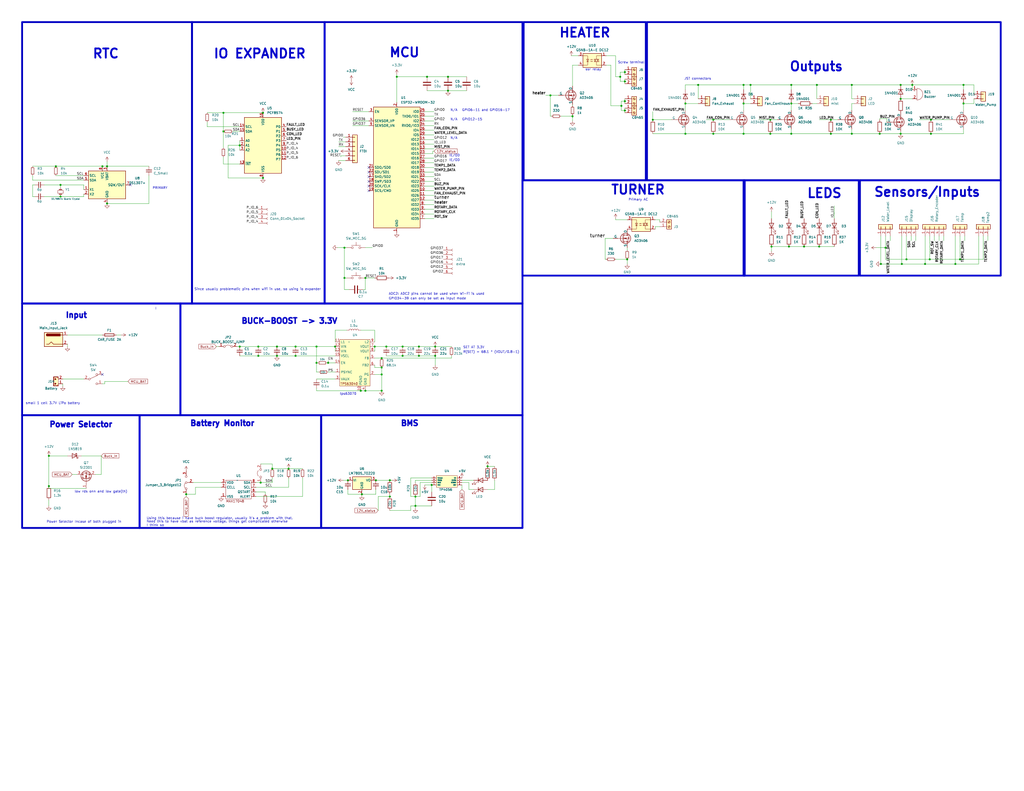
<source format=kicad_sch>
(kicad_sch (version 20230121) (generator eeschema)
  (paper "C")
  (title_block (title "Capibator") (date "2024-01-19") (rev "1.1") (company "capistor.com"))
  (junction (at 101.6 269.875))
  (junction (at 405.765 56.515))
  (junction (at 521.335 144.145))
  (junction (at 464.82 46.355))
  (junction (at 182.88 189.23))
  (junction (at 140.97 194.31))
  (junction (at 525.78 46.355))
  (junction (at 389.255 65.405))
  (junction (at 33.02 100.965))
  (junction (at 389.255 73.025))
  (junction (at 58.42 90.805))
  (junction (at 453.39 65.405))
  (junction (at 172.72 198.12))
  (junction (at 208.28 204.47))
  (junction (at 338.455 41.91))
  (junction (at 480.06 73.025))
  (junction (at 179.07 198.12))
  (junction (at 219.71 194.31))
  (junction (at 140.97 189.23))
  (junction (at 26.67 265.43))
  (junction (at 339.09 57.785))
  (junction (at 356.235 65.405))
  (junction (at 504.825 144.145))
  (junction (at 228.6 194.31))
  (junction (at 480.695 144.145))
  (junction (at 233.045 41.91))
  (junction (at 121.92 71.755))
  (junction (at 244.475 41.91))
  (junction (at 210.82 189.23))
  (junction (at 374.015 56.515))
  (junction (at 226.695 271.145))
  (junction (at 161.29 194.31))
  (junction (at 431.8 73.025))
  (junction (at 199.39 151.765))
  (junction (at 340.995 39.37))
  (junction (at 244.475 49.53))
  (junction (at 143.51 61.595))
  (junction (at 130.81 79.375))
  (junction (at 212.725 262.255))
  (junction (at 237.49 194.31))
  (junction (at 148.59 255.905))
  (junction (at 216.535 41.91))
  (junction (at 130.81 189.23))
  (junction (at 199.39 213.36))
  (junction (at 143.51 97.155))
  (junction (at 226.695 276.225))
  (junction (at 491.49 53.975))
  (junction (at 157.48 255.905))
  (junction (at 187.96 151.765))
  (junction (at 266.065 254.635))
  (junction (at 212.725 271.145))
  (junction (at 453.39 73.025))
  (junction (at 431.8 56.515))
  (junction (at 492.125 144.145))
  (junction (at 491.49 46.355))
  (junction (at 237.49 189.23))
  (junction (at 430.53 134.62))
  (junction (at 172.72 189.23))
  (junction (at 204.47 189.23))
  (junction (at 491.49 73.025))
  (junction (at 447.04 134.62))
  (junction (at 142.24 263.525))
  (junction (at 431.8 46.355))
  (junction (at 525.78 56.515))
  (junction (at 438.785 134.62))
  (junction (at 151.13 189.23))
  (junction (at 300.355 52.07))
  (junction (at 340.995 55.245))
  (junction (at 464.82 73.025))
  (junction (at 405.765 73.025))
  (junction (at 420.37 65.405))
  (junction (at 523.875 141.605))
  (junction (at 161.29 189.23))
  (junction (at 187.96 135.255))
  (junction (at 340.995 44.45))
  (junction (at 205.105 262.255))
  (junction (at 208.28 195.58))
  (junction (at 340.995 60.325))
  (junction (at 420.37 73.025))
  (junction (at 208.28 200.66))
  (junction (at 121.92 61.595))
  (junction (at 497.84 46.355))
  (junction (at 312.42 63.5))
  (junction (at 151.13 194.31))
  (junction (at 26.67 248.92))
  (junction (at 33.02 107.315))
  (junction (at 405.765 46.355))
  (junction (at 494.665 141.605))
  (junction (at 409.575 46.355))
  (junction (at 507.365 141.605))
  (junction (at 189.865 262.255))
  (junction (at 381 46.355))
  (junction (at 421.005 134.62))
  (junction (at 55.88 90.805))
  (junction (at 228.6 189.23))
  (junction (at 196.85 213.36))
  (junction (at 219.71 189.23))
  (junction (at 508 65.405))
  (junction (at 235.585 264.795))
  (junction (at 197.485 269.875))
  (junction (at 374.015 73.025))
  (junction (at 58.42 111.125))
  (junction (at 445.77 46.355))
  (junction (at 508 73.025))
  (junction (at 30.48 90.805))
  (junction (at 483.235 135.255))
  (junction (at 342.265 141.605))
  (junction (at 208.28 213.36))
  (no_connect (at 71.12 100.965))
  (no_connect (at 201.295 104.14))
  (no_connect (at 201.295 93.98))
  (no_connect (at 201.295 96.52))
  (no_connect (at 55.88 204.47))
  (no_connect (at 201.295 91.44))
  (no_connect (at 201.295 101.6))
  (no_connect (at 201.295 99.06))
  (wire (pts (xy 45.72 107.315) (xy 45.72 106.045)))
  (wire (pts (xy 127 71.755) (xy 130.81 71.755)))
  (wire (pts (xy 212.725 278.765) (xy 224.155 278.765)))
  (wire (pts (xy 497.84 46.355) (xy 525.78 46.355)))
  (wire (pts (xy 187.325 262.255) (xy 189.865 262.255)))
  (wire (pts (xy 536.575 128.905) (xy 536.575 141.605)))
  (wire (pts (xy 182.88 189.23) (xy 182.88 191.77)))
  (wire (pts (xy 526.415 128.905) (xy 526.415 131.445)))
  (wire (pts (xy 523.875 141.605) (xy 507.365 141.605)))
  (wire (pts (xy 199.39 158.115) (xy 199.39 151.765)))
  (wire (pts (xy 224.155 271.145) (xy 226.695 271.145)))
  (wire (pts (xy 525.78 46.355) (xy 531.495 46.355)))
  (wire (pts (xy 494.665 128.905) (xy 494.665 141.605)))
  (wire (pts (xy 421.005 134.62) (xy 430.53 134.62)))
  (wire (pts (xy 374.015 73.025) (xy 389.255 73.025)))
  (wire (pts (xy 66.04 182.88) (xy 63.5 182.88)))
  (wire (pts (xy 312.42 35.56) (xy 315.595 35.56)))
  (wire (pts (xy 203.2 135.255) (xy 199.39 135.255)))
  (polyline (pts (xy 85.09 167.64) (xy 85.09 168.91)))
  (wire (pts (xy 333.375 35.56) (xy 333.375 57.785)))
  (wire (pts (xy 330.835 35.56) (xy 333.375 35.56)))
  (wire (pts (xy 521.335 128.905) (xy 521.335 144.145)))
  (wire (pts (xy 130.81 89.535) (xy 121.92 89.535)))
  (wire (pts (xy 255.905 267.335) (xy 255.905 263.525)))
  (wire (pts (xy 121.92 61.595) (xy 143.51 61.595)))
  (wire (pts (xy 231.775 66.04) (xy 236.855 66.04)))
  (wire (pts (xy 216.535 41.91) (xy 233.045 41.91)))
  (wire (pts (xy 330.2 130.175) (xy 330.2 141.605)))
  (wire (pts (xy 514.985 131.445) (xy 514.985 128.905)))
  (wire (pts (xy 229.235 271.145) (xy 226.695 271.145)))
  (wire (pts (xy 118.11 189.23) (xy 119.38 189.23)))
  (wire (pts (xy 179.07 196.85) (xy 179.07 198.12)))
  (wire (pts (xy 237.49 189.23) (xy 246.38 189.23)))
  (wire (pts (xy 338.455 41.91) (xy 338.455 44.45)))
  (wire (pts (xy 204.47 189.23) (xy 210.82 189.23)))
  (wire (pts (xy 235.585 260.985) (xy 224.155 260.985)))
  (wire (pts (xy 24.13 107.315) (xy 33.02 107.315)))
  (wire (pts (xy 231.775 73.66) (xy 236.855 73.66)))
  (wire (pts (xy 342.265 120.015) (xy 335.915 120.015)))
  (wire (pts (xy 157.48 266.065) (xy 157.48 260.985)))
  (wire (pts (xy 173.99 203.2) (xy 172.72 203.2)))
  (wire (pts (xy 340.995 43.18) (xy 340.995 44.45)))
  (wire (pts (xy 184.785 80.01) (xy 188.595 80.01)))
  (wire (pts (xy 381 46.355) (xy 405.765 46.355)))
  (wire (pts (xy 330.2 130.175) (xy 334.645 130.175)))
  (wire (pts (xy 491.49 73.025) (xy 508 73.025)))
  (wire (pts (xy 255.905 267.335) (xy 258.445 267.335)))
  (wire (pts (xy 120.65 266.065) (xy 106.68 266.065)))
  (wire (pts (xy 130.81 76.835) (xy 130.81 79.375)))
  (wire (pts (xy 534.035 128.905) (xy 534.035 144.145)))
  (wire (pts (xy 297.815 52.07) (xy 300.355 52.07)))
  (wire (pts (xy 219.71 189.23) (xy 228.6 189.23)))
  (wire (pts (xy 507.365 128.905) (xy 507.365 141.605)))
  (wire (pts (xy 335.915 30.48) (xy 330.835 30.48)))
  (wire (pts (xy 208.28 204.47) (xy 208.28 213.36)))
  (wire (pts (xy 130.81 189.23) (xy 140.97 189.23)))
  (wire (pts (xy 224.155 276.225) (xy 226.695 276.225)))
  (wire (pts (xy 231.775 111.76) (xy 236.855 111.76)))
  (wire (pts (xy 409.575 46.355) (xy 431.8 46.355)))
  (wire (pts (xy 231.775 71.12) (xy 236.855 71.12)))
  (wire (pts (xy 508 73.025) (xy 525.78 73.025)))
  (wire (pts (xy 189.865 269.875) (xy 197.485 269.875)))
  (wire (pts (xy 231.775 264.795) (xy 235.585 264.795)))
  (wire (pts (xy 197.485 270.51) (xy 197.485 269.875)))
  (wire (pts (xy 252.095 262.255) (xy 258.445 262.255)))
  (wire (pts (xy 504.825 144.145) (xy 492.125 144.145)))
  (wire (pts (xy 231.775 88.9) (xy 236.855 88.9)))
  (wire (pts (xy 26.67 248.92) (xy 36.83 248.92)))
  (wire (pts (xy 184.785 87.63) (xy 188.595 87.63)))
  (wire (pts (xy 339.09 57.785) (xy 339.09 60.325)))
  (wire (pts (xy 213.995 262.255) (xy 212.725 262.255)))
  (wire (pts (xy 478.155 135.255) (xy 483.235 135.255)))
  (wire (pts (xy 374.015 46.355) (xy 374.015 48.895)))
  (wire (pts (xy 26.67 273.05) (xy 26.67 276.225)))
  (wire (pts (xy 340.995 55.245) (xy 339.09 55.245)))
  (wire (pts (xy 244.475 49.53) (xy 254.635 49.53)))
  (wire (pts (xy 26.67 265.43) (xy 26.67 266.7)))
  (wire (pts (xy 139.7 263.525) (xy 142.24 263.525)))
  (wire (pts (xy 231.775 116.84) (xy 236.855 116.84)))
  (wire (pts (xy 237.49 199.39) (xy 237.49 194.31)))
  (wire (pts (xy 483.235 128.905) (xy 483.235 135.255)))
  (wire (pts (xy 157.48 255.905) (xy 165.1 255.905)))
  (wire (pts (xy 525.78 73.025) (xy 525.78 70.485)))
  (wire (pts (xy 228.6 194.31) (xy 237.49 194.31)))
  (wire (pts (xy 143.51 97.155) (xy 124.46 97.155)))
  (wire (pts (xy 231.775 86.36) (xy 236.855 86.36)))
  (wire (pts (xy 381 53.975) (xy 381 46.355)))
  (wire (pts (xy 246.38 195.58) (xy 246.38 194.31)))
  (wire (pts (xy 33.02 107.315) (xy 45.72 107.315)))
  (wire (pts (xy 184.15 135.255) (xy 187.96 135.255)))
  (wire (pts (xy 300.355 63.5) (xy 300.99 63.5)))
  (wire (pts (xy 17.78 100.965) (xy 17.78 107.315)))
  (wire (pts (xy 188.595 74.93) (xy 187.325 74.93)))
  (wire (pts (xy 206.375 278.765) (xy 206.375 271.145)))
  (wire (pts (xy 409.575 46.355) (xy 409.575 53.975)))
  (wire (pts (xy 148.59 255.905) (xy 157.48 255.905)))
  (wire (pts (xy 224.155 278.765) (xy 224.155 276.225)))
  (wire (pts (xy 539.115 128.905) (xy 539.115 131.445)))
  (wire (pts (xy 340.995 60.325) (xy 340.995 61.595)))
  (wire (pts (xy 483.235 135.255) (xy 483.235 141.605)))
  (wire (pts (xy 431.8 56.515) (xy 435.61 56.515)))
  (wire (pts (xy 139.7 266.065) (xy 157.48 266.065)))
  (wire (pts (xy 421.005 137.16) (xy 421.005 134.62)))
  (wire (pts (xy 405.765 73.025) (xy 420.37 73.025)))
  (wire (pts (xy 405.765 56.515) (xy 409.575 56.515)))
  (wire (pts (xy 208.28 204.47) (xy 208.28 200.66)))
  (wire (pts (xy 357.505 123.825) (xy 357.505 125.095)))
  (wire (pts (xy 330.2 141.605) (xy 330.835 141.605)))
  (wire (pts (xy 182.88 180.34) (xy 189.23 180.34)))
  (wire (pts (xy 26.67 248.92) (xy 26.67 265.43)))
  (wire (pts (xy 231.775 99.06) (xy 236.855 99.06)))
  (wire (pts (xy 205.105 267.335) (xy 205.105 269.875)))
  (wire (pts (xy 315.595 30.48) (xy 311.785 30.48)))
  (wire (pts (xy 525.78 55.88) (xy 525.78 56.515)))
  (wire (pts (xy 480.06 64.77) (xy 483.87 64.77)))
  (wire (pts (xy 312.42 62.865) (xy 312.42 63.5)))
  (wire (pts (xy 210.82 189.23) (xy 219.71 189.23)))
  (wire (pts (xy 113.03 61.595) (xy 121.92 61.595)))
  (wire (pts (xy 491.49 46.355) (xy 497.84 46.355)))
  (wire (pts (xy 36.83 187.96) (xy 36.83 189.23)))
  (wire (pts (xy 17.78 90.805) (xy 30.48 90.805)))
  (wire (pts (xy 187.96 135.255) (xy 189.23 135.255)))
  (wire (pts (xy 129.54 189.23) (xy 130.81 189.23)))
  (wire (pts (xy 231.775 76.2) (xy 236.855 76.2)))
  (wire (pts (xy 374.015 56.515) (xy 374.015 60.325)))
  (wire (pts (xy 179.07 203.2) (xy 182.88 203.2)))
  (wire (pts (xy 52.07 259.08) (xy 55.245 259.08)))
  (wire (pts (xy 57.15 209.55) (xy 57.15 208.28)))
  (wire (pts (xy 178.435 198.12) (xy 179.07 198.12)))
  (wire (pts (xy 445.77 46.355) (xy 464.82 46.355)))
  (wire (pts (xy 312.42 63.5) (xy 312.42 66.04)))
  (wire (pts (xy 333.375 57.785) (xy 339.09 57.785)))
  (wire (pts (xy 101.6 269.875) (xy 101.6 271.145)))
  (wire (pts (xy 438.785 134.62) (xy 447.04 134.62)))
  (wire (pts (xy 231.775 106.68) (xy 236.855 106.68)))
  (wire (pts (xy 339.09 55.245) (xy 339.09 57.785)))
  (wire (pts (xy 244.475 41.91) (xy 254.635 41.91)))
  (wire (pts (xy 173.355 198.12) (xy 172.72 198.12)))
  (wire (pts (xy 172.72 203.2) (xy 172.72 198.12)))
  (wire (pts (xy 216.535 40.64) (xy 216.535 41.91)))
  (wire (pts (xy 360.045 121.285) (xy 360.045 120.015)))
  (wire (pts (xy 338.455 39.37) (xy 340.995 39.37)))
  (wire (pts (xy 113.03 69.215) (xy 130.81 69.215)))
  (wire (pts (xy 431.8 46.355) (xy 445.77 46.355)))
  (wire (pts (xy 231.775 119.38) (xy 236.855 119.38)))
  (wire (pts (xy 204.47 180.34) (xy 204.47 186.69)))
  (wire (pts (xy 312.42 57.785) (xy 312.42 57.15)))
  (wire (pts (xy 204.47 189.23) (xy 204.47 191.77)))
  (wire (pts (xy 182.88 186.69) (xy 182.88 180.34)))
  (wire (pts (xy 342.265 141.605) (xy 342.265 144.145)))
  (wire (pts (xy 340.995 53.975) (xy 340.995 55.245)))
  (wire (pts (xy 231.775 68.58) (xy 236.855 68.58)))
  (wire (pts (xy 172.72 212.09) (xy 172.72 213.36)))
  (wire (pts (xy 192.405 68.58) (xy 201.295 68.58)))
  (wire (pts (xy 226.695 262.255) (xy 226.695 263.525)))
  (wire (pts (xy 33.02 100.965) (xy 45.72 100.965)))
  (wire (pts (xy 187.96 151.765) (xy 187.96 135.255)))
  (wire (pts (xy 236.22 83.82) (xy 231.775 83.82)))
  (wire (pts (xy 36.83 182.88) (xy 55.88 182.88)))
  (wire (pts (xy 235.585 264.795) (xy 235.585 268.605)))
  (wire (pts (xy 121.92 89.535) (xy 121.92 85.725)))
  (wire (pts (xy 340.995 44.45) (xy 338.455 44.45)))
  (wire (pts (xy 187.96 151.765) (xy 189.23 151.765)))
  (wire (pts (xy 161.29 194.31) (xy 182.88 194.31)))
  (wire (pts (xy 55.88 209.55) (xy 57.15 209.55)))
  (wire (pts (xy 34.29 210.82) (xy 34.29 209.55)))
  (wire (pts (xy 531.495 51.435) (xy 531.495 46.355)))
  (wire (pts (xy 216.535 41.91) (xy 216.535 55.88)))
  (wire (pts (xy 340.995 55.245) (xy 340.995 56.515)))
  (wire (pts (xy 231.775 104.14) (xy 236.855 104.14)))
  (wire (pts (xy 140.97 189.23) (xy 151.13 189.23)))
  (wire (pts (xy 199.39 151.765) (xy 204.47 151.765)))
  (wire (pts (xy 357.505 123.825) (xy 360.045 123.825)))
  (wire (pts (xy 266.065 267.335) (xy 269.875 267.335)))
  (wire (pts (xy 17.78 107.315) (xy 19.05 107.315)))
  (wire (pts (xy 521.335 144.145) (xy 504.825 144.145)))
  (wire (pts (xy 233.045 49.53) (xy 244.475 49.53)))
  (wire (pts (xy 420.37 65.405) (xy 424.18 65.405)))
  (wire (pts (xy 255.905 263.525) (xy 252.095 263.525)))
  (wire (pts (xy 480.06 64.77) (xy 480.06 65.405)))
  (wire (pts (xy 389.255 73.025) (xy 405.765 73.025)))
  (wire (pts (xy 231.775 78.74) (xy 236.855 78.74)))
  (wire (pts (xy 335.915 120.015) (xy 335.915 119.38)))
  (wire (pts (xy 445.77 56.515) (xy 443.23 56.515)))
  (wire (pts (xy 199.39 213.36) (xy 208.28 213.36)))
  (wire (pts (xy 339.09 60.325) (xy 340.995 60.325)))
  (wire (pts (xy 445.77 46.355) (xy 445.77 53.975)))
  (wire (pts (xy 235.585 263.525) (xy 229.235 263.525)))
  (wire (pts (xy 453.39 73.025) (xy 464.82 73.025)))
  (wire (pts (xy 430.53 134.62) (xy 438.785 134.62)))
  (wire (pts (xy 179.07 198.12) (xy 182.88 198.12)))
  (wire (pts (xy 501.65 65.405) (xy 508 65.405)))
  (wire (pts (xy 17.78 98.425) (xy 45.72 98.425)))
  (wire (pts (xy 55.88 90.805) (xy 58.42 90.805)))
  (wire (pts (xy 172.72 213.36) (xy 196.85 213.36)))
  (wire (pts (xy 206.375 271.145) (xy 212.725 271.145)))
  (wire (pts (xy 105.41 263.525) (xy 120.65 263.525)))
  (wire (pts (xy 231.775 81.28) (xy 236.855 81.28)))
  (wire (pts (xy 340.995 38.1) (xy 340.995 39.37)))
  (wire (pts (xy 34.29 207.01) (xy 45.72 207.01)))
  (wire (pts (xy 338.455 39.37) (xy 338.455 41.91)))
  (wire (pts (xy 124.46 79.375) (xy 130.81 79.375)))
  (wire (pts (xy 236.22 82.55) (xy 236.855 82.55)))
  (wire (pts (xy 121.92 61.595) (xy 121.92 71.755)))
  (wire (pts (xy 186.055 85.725) (xy 186.055 85.09)))
  (wire (pts (xy 212.725 271.145) (xy 212.725 269.875)))
  (wire (pts (xy 144.78 268.605) (xy 144.78 269.875)))
  (wire (pts (xy 226.695 277.495) (xy 226.695 276.225)))
  (wire (pts (xy 357.505 120.015) (xy 360.045 120.015)))
  (wire (pts (xy 374.015 73.025) (xy 374.015 70.485)))
  (wire (pts (xy 58.42 90.805) (xy 81.28 90.805)))
  (wire (pts (xy 374.015 46.355) (xy 381 46.355)))
  (wire (pts (xy 208.28 195.58) (xy 246.38 195.58)))
  (wire (pts (xy 142.24 253.365) (xy 148.59 253.365)))
  (wire (pts (xy 300.355 52.07) (xy 304.8 52.07)))
  (wire (pts (xy 231.775 109.22) (xy 236.855 109.22)))
  (wire (pts (xy 492.125 144.145) (xy 480.695 144.145)))
  (wire (pts (xy 33.02 102.235) (xy 33.02 100.965)))
  (wire (pts (xy 491.49 53.975) (xy 497.84 53.975)))
  (wire (pts (xy 172.72 189.23) (xy 172.72 198.12)))
  (wire (pts (xy 464.82 73.025) (xy 464.82 70.485)))
  (wire (pts (xy 226.695 276.225) (xy 235.585 276.225)))
  (wire (pts (xy 184.785 77.47) (xy 188.595 77.47)))
  (wire (pts (xy 172.72 189.23) (xy 182.88 189.23)))
  (wire (pts (xy 464.82 46.355) (xy 491.49 46.355)))
  (wire (pts (xy 464.82 73.025) (xy 480.06 73.025)))
  (wire (pts (xy 492.125 128.905) (xy 492.125 144.145)))
  (wire (pts (xy 235.585 262.255) (xy 226.695 262.255)))
  (wire (pts (xy 189.865 267.335) (xy 189.865 269.875)))
  (wire (pts (xy 224.155 260.985) (xy 224.155 271.145)))
  (wire (pts (xy 466.09 56.515) (xy 464.82 56.515)))
  (wire (pts (xy 231.775 93.98) (xy 236.855 93.98)))
  (wire (pts (xy 142.24 263.525) (xy 148.59 263.525)))
  (wire (pts (xy 106.68 269.875) (xy 101.6 269.875)))
  (wire (pts (xy 231.775 63.5) (xy 236.855 63.5)))
  (wire (pts (xy 192.405 66.04) (xy 201.295 66.04)))
  (wire (pts (xy 389.255 65.405) (xy 398.145 65.405)))
  (wire (pts (xy 497.84 46.355) (xy 497.84 48.895)))
  (wire (pts (xy 536.575 141.605) (xy 523.875 141.605)))
  (wire (pts (xy 190.5 158.115) (xy 187.96 158.115)))
  (wire (pts (xy 523.875 128.905) (xy 523.875 141.605)))
  (wire (pts (xy 509.905 131.445) (xy 509.905 128.905)))
  (wire (pts (xy 151.13 194.31) (xy 161.29 194.31)))
  (wire (pts (xy 55.245 248.92) (xy 44.45 248.92)))
  (wire (pts (xy 480.695 128.905) (xy 480.695 144.145)))
  (wire (pts (xy 525.78 56.515) (xy 531.495 56.515)))
  (wire (pts (xy 204.47 204.47) (xy 208.28 204.47)))
  (wire (pts (xy 121.92 71.755) (xy 121.92 80.645)))
  (wire (pts (xy 81.28 95.885) (xy 81.28 111.125)))
  (wire (pts (xy 210.82 194.31) (xy 219.71 194.31)))
  (wire (pts (xy 497.205 128.905) (xy 497.205 131.445)))
  (wire (pts (xy 229.235 263.525) (xy 229.235 271.145)))
  (wire (pts (xy 204.47 200.66) (xy 208.28 200.66)))
  (wire (pts (xy 431.8 73.025) (xy 431.8 70.485)))
  (wire (pts (xy 187.96 151.765) (xy 187.96 158.115)))
  (wire (pts (xy 508 65.405) (xy 518.16 65.405)))
  (wire (pts (xy 231.775 91.44) (xy 236.855 91.44)))
  (wire (pts (xy 531.495 56.515) (xy 531.495 53.975)))
  (wire (pts (xy 266.065 254.635) (xy 269.875 254.635)))
  (wire (pts (xy 455.295 134.62) (xy 447.04 134.62)))
  (wire (pts (xy 231.775 60.96) (xy 236.855 60.96)))
  (wire (pts (xy 30.48 95.885) (xy 45.72 95.885)))
  (wire (pts (xy 431.8 46.355) (xy 431.8 48.895)))
  (wire (pts (xy 340.995 44.45) (xy 340.995 45.72)))
  (wire (pts (xy 507.365 141.605) (xy 494.665 141.605)))
  (wire (pts (xy 431.8 56.515) (xy 431.8 60.325)))
  (wire (pts (xy 19.05 100.965) (xy 17.78 100.965)))
  (wire (pts (xy 233.045 41.91) (xy 244.475 41.91)))
  (wire (pts (xy 81.28 111.125) (xy 58.42 111.125)))
  (wire (pts (xy 17.78 95.885) (xy 17.78 98.425)))
  (wire (pts (xy 374.015 56.515) (xy 381 56.515)))
  (wire (pts (xy 58.42 88.265) (xy 58.42 90.805)))
  (wire (pts (xy 219.71 194.31) (xy 228.6 194.31)))
  (wire (pts (xy 306.07 63.5) (xy 312.42 63.5)))
  (wire (pts (xy 464.82 56.515) (xy 464.82 60.325)))
  (wire (pts (xy 335.915 41.91) (xy 338.455 41.91)))
  (wire (pts (xy 356.235 60.96) (xy 356.235 65.405)))
  (wire (pts (xy 431.8 73.025) (xy 453.39 73.025)))
  (wire (pts (xy 405.765 73.025) (xy 405.765 70.485)))
  (wire (pts (xy 57.15 208.28) (xy 69.85 208.28)))
  (wire (pts (xy 342.265 136.525) (xy 342.265 135.255)))
  (wire (pts (xy 385.445 65.405) (xy 389.255 65.405)))
  (wire (pts (xy 106.68 266.065) (xy 106.68 269.875)))
  (wire (pts (xy 140.97 194.31) (xy 151.13 194.31)))
  (wire (pts (xy 198.12 158.115) (xy 199.39 158.115)))
  (wire (pts (xy 45.72 100.965) (xy 45.72 103.505)))
  (wire (pts (xy 228.6 189.23) (xy 237.49 189.23)))
  (wire (pts (xy 30.48 90.805) (xy 55.88 90.805)))
  (wire (pts (xy 204.47 195.58) (xy 208.28 195.58)))
  (wire (pts (xy 300.355 52.07) (xy 300.355 63.5)))
  (wire (pts (xy 165.1 271.145) (xy 165.1 260.985)))
  (wire (pts (xy 231.775 114.3) (xy 236.855 114.3)))
  (wire (pts (xy 172.72 207.01) (xy 182.88 207.01)))
  (wire (pts (xy 226.695 276.225) (xy 226.695 271.145)))
  (wire (pts (xy 414.02 65.405) (xy 420.37 65.405)))
  (wire (pts (xy 447.04 65.405) (xy 453.39 65.405)))
  (wire (pts (xy 483.87 66.675) (xy 483.87 64.77)))
  (wire (pts (xy 269.875 262.255) (xy 269.875 267.335)))
  (wire (pts (xy 525.78 56.515) (xy 525.78 60.325)))
  (wire (pts (xy 420.37 73.025) (xy 431.8 73.025)))
  (wire (pts (xy 356.235 65.405) (xy 366.395 65.405)))
  (wire (pts (xy 212.725 262.255) (xy 205.105 262.255)))
  (wire (pts (xy 139.7 268.605) (xy 144.78 268.605)))
  (wire (pts (xy 231.775 96.52) (xy 236.855 96.52)))
  (wire (pts (xy 512.445 131.445) (xy 512.445 128.905)))
  (wire (pts (xy 356.235 73.025) (xy 374.015 73.025)))
  (wire (pts (xy 421.005 115.57) (xy 421.005 119.38)))
  (wire (pts (xy 148.59 253.365) (xy 148.59 255.905)))
  (wire (pts (xy 55.245 248.92) (xy 55.245 259.08)))
  (wire (pts (xy 26.67 266.7) (xy 46.99 266.7)))
  (wire (pts (xy 340.995 59.055) (xy 340.995 60.325)))
  (wire (pts (xy 335.915 30.48) (xy 335.915 41.91)))
  (wire (pts (xy 252.095 267.335) (xy 252.095 264.795)))
  (wire (pts (xy 455.295 112.395) (xy 455.295 119.38)))
  (wire (pts (xy 205.105 269.875) (xy 197.485 269.875)))
  (wire (pts (xy 192.405 60.96) (xy 201.295 60.96)))
  (wire (pts (xy 24.13 100.965) (xy 33.02 100.965)))
  (wire (pts (xy 204.47 200.66) (xy 204.47 199.39)))
  (wire (pts (xy 525.78 46.355) (xy 525.78 48.895)))
  (wire (pts (xy 130.81 194.31) (xy 140.97 194.31)))
  (wire (pts (xy 39.37 259.08) (xy 41.91 259.08)))
  (wire (pts (xy 151.13 189.23) (xy 161.29 189.23)))
  (wire (pts (xy 464.82 46.355) (xy 464.82 53.975)))
  (wire (pts (xy 340.995 39.37) (xy 340.995 40.64)))
  (wire (pts (xy 186.055 85.09) (xy 188.595 85.09)))
  (wire (pts (xy 480.06 73.025) (xy 491.49 73.025)))
  (wire (pts (xy 231.775 101.6) (xy 236.855 101.6)))
  (wire (pts (xy 405.765 56.515) (xy 405.765 60.325)))
  (wire (pts (xy 453.39 65.405) (xy 457.2 65.405)))
  (wire (pts (xy 312.42 46.99) (xy 312.42 35.56)))
  (wire (pts (xy 491.49 71.755) (xy 491.49 73.025)))
  (wire (pts (xy 405.765 46.355) (xy 405.765 48.895)))
  (wire (pts (xy 464.82 53.975) (xy 466.09 53.975)))
  (wire (pts (xy 494.665 141.605) (xy 483.235 141.605)))
  (wire (pts (xy 148.59 263.525) (xy 148.59 260.985)))
  (wire (pts (xy 130.81 79.375) (xy 130.81 81.915)))
  (wire (pts (xy 236.22 82.55) (xy 236.22 83.82)))
  (wire (pts (xy 499.745 128.905) (xy 499.745 131.445)))
  (wire (pts (xy 335.915 141.605) (xy 342.265 141.605)))
  (wire (pts (xy 124.46 97.155) (xy 124.46 79.375)))
  (wire (pts (xy 139.7 271.145) (xy 165.1 271.145)))
  (wire (pts (xy 504.825 128.905) (xy 504.825 144.145)))
  (wire (pts (xy 199.39 213.36) (xy 196.85 213.36)))
  (wire (pts (xy 161.29 189.23) (xy 172.72 189.23)))
  (wire (pts (xy 485.775 131.445) (xy 485.775 128.905)))
  (wire (pts (xy 113.03 69.215) (xy 113.03 66.675)))
  (wire (pts (xy 405.765 46.355) (xy 409.575 46.355)))
  (wire (pts (xy 196.85 180.34) (xy 204.47 180.34)))
  (wire (pts (xy 534.035 144.145) (xy 521.335 144.145)))
  (rectangle (start 175.26 226.695) (end 285.115 288.29) (stroke (width 1)))
  (rectangle (start 12.065 12.065) (end 104.775 165.735) (stroke (width 1)))
  (rectangle (start 76.2 226.695) (end 175.26 288.29) (stroke (width 1)))
  (rectangle (start 12.065 165.735) (end 98.425 226.695) (stroke (width 1)))
  (rectangle (start 353.06 12.065) (end 546.1 98.425) (stroke (width 1)))
  (rectangle (start 469.265 98.425) (end 546.1 150.495) (stroke (width 1)))
  (rectangle (start 98.425 165.735) (end 285.115 226.695) (stroke (width 1)))
  (rectangle (start 405.765 98.425) (end 468.63 150.495) (stroke (width 1)))
  (rectangle (start 104.775 12.065) (end 177.165 165.735) (stroke (width 1)))
  (rectangle (start 285.115 98.425) (end 406.4 150.495) (stroke (width 1)))
  (rectangle (start 12.065 226.695) (end 76.2 288.29) (stroke (width 1)))
  (rectangle (start 285.75 12.065) (end 352.425 98.425) (stroke (width 1)))
  (rectangle (start 177.165 12.065) (end 285.115 165.735) (stroke (width 1)))
  (text "Battery Monitor\n" (at 103.505 233.045 0) (effects (font (size 3 3) (thickness 1) bold) (justify left bottom)))
  (text "RTC" (at 50.165 32.385 0) (effects (font (size 5 5) (thickness 1) bold) (justify left bottom)))
  (text "LEDS\n" (at 440.055 108.585 0) (effects (font (size 5 5) (thickness 1) bold) (justify left bottom)))
  (text "Using this because i have buck boost regulator. usually it's a problem with that. \n" (at 80.01 283.845 0) (effects (font (size 1.27 1.27)) (justify left bottom)))
  (text "low rds onn and low gate(th) \n" (at 40.64 269.24 0) (effects (font (size 1.27 1.27)) (justify left bottom)))
  (text "MCU\n" (at 212.09 31.75 0) (effects (font (size 5 5) (thickness 1) bold) (justify left bottom)))
  (text "GPIO34-39 can only be set as input mode" (at 212.09 163.83 0) (effects (font (size 1.27 1.27)) (justify left bottom)))
  (text "ssr relay\n" (at 319.405 38.735 0) (effects (font (size 1.27 1.27)) (justify left bottom)))
  (text "PRIMARY\n" (at 83.185 103.505 0) (effects (font (size 1.27 1.27)) (justify left bottom)))
  (text "BMS\n" (at 218.44 233.045 0) (effects (font (size 3 3) (thickness 1) bold) (justify left bottom)))
  (text "GPIO6-11 and GPIO16-17" (at 252.095 60.96 0) (effects (font (size 1.27 1.27)) (justify left bottom)))
  (text "IE/OD\n" (at 245.11 88.265 0) (effects (font (size 1.27 1.27)) (justify left bottom)))
  (text "N/A\n" (at 245.745 60.96 0) (effects (font (size 1.27 1.27)) (justify left bottom)))
  (text "Screw terminal\n" (at 337.185 34.925 0) (effects (font (size 1.27 1.27)) (justify left bottom)))
  (text "R(SET) = 68.1 * (VOUT/0.8-1) " (at 252.73 193.04 0) (effects (font (size 1.27 1.27)) (justify left bottom)))
  (text "ADC2: ADC2 pins cannot be used when Wi-Fi is used" (at 212.09 161.29 0) (effects (font (size 1.27 1.27)) (justify left bottom)))
  (text "IO EXPANDER\n" (at 116.205 32.385 0) (effects (font (size 5 5) (thickness 1) bold) (justify left bottom)))
  (text "Outputs" (at 430.53 39.37 0) (effects (font (size 5 5) (thickness 1) bold) (justify left bottom)))
  (text "HEATER" (at 304.8 20.955 0) (effects (font (size 5 5) (thickness 1) bold) (justify left bottom)))
  (text "SET AT 3.3V" (at 252.73 190.5 0) (effects (font (size 1.27 1.27)) (justify left bottom)))
  (text "N/A\n" (at 245.745 76.2 0) (effects (font (size 1.27 1.27)) (justify left bottom)))
  (text "TURNER\n" (at 363.22 106.68 0) (effects (font (size 5 5) (thickness 1) bold) (justify right bottom)))
  (text "IE/OD\n" (at 245.11 85.725 0) (effects (font (size 1.27 1.27)) (justify left bottom)))
  (text "small 1 cell 3.7V LiPo battery\n" (at 13.97 220.98 0) (effects (font (size 1.27 1.27)) (justify left bottom)))
  (text "Need this to have vbat as reference voltage. things get complicated otherwise\nI think so " (at 80.01 287.655 0) (effects (font (size 1.27 1.27)) (justify left bottom)))
  (text "BUCK-BOOST -> 3.3V" (at 131.445 177.165 0) (effects (font (size 3 3) (thickness 1) bold) (justify left bottom)))
  (text "JST connectors\n" (at 373.38 43.815 0) (effects (font (size 1.27 1.27)) (justify left bottom)))
  (text "N/A\n" (at 245.745 66.04 0) (effects (font (size 1.27 1.27)) (justify left bottom)))
  (text "Power Selector Incase of both plugged in" (at 25.4 285.75 0) (effects (font (size 1.27 1.27)) (justify left bottom)))
  (text "Sensors/Inputs" (at 535.305 107.95 0) (effects (font (size 5 5) (thickness 1) bold) (justify right bottom)))
  (text "Since usually problematic pins when wifi in use, so using io expander" (at 106.045 158.75 0) (effects (font (size 1.27 1.27)) (justify left bottom)))
  (text "Primary AC\n" (at 342.9 109.855 0) (effects (font (size 1.27 1.27)) (justify left bottom)))
  (text "GPIO12-15" (at 252.095 66.04 0) (effects (font (size 1.27 1.27)) (justify left bottom)))
  (text "Input" (at 35.56 173.99 0) (effects (font (size 3 3) (thickness 1) bold) (justify left bottom)))
  (text "Power Selector\n" (at 26.67 233.68 0) (effects (font (size 3 3) (thickness 1) bold) (justify left bottom)))
  (text "tps63070\n" (at 185.42 215.9 0) (effects (font (size 1.27 1.27)) (justify left bottom)))
  (label "TEMP1_DATA" (at 526.415 131.445 270) (effects (font bold)))
  (label "PS" (at 179.07 203.2 0))
  (label "ROTARY_DATA" (at 514.985 131.445 270) (effects (font bold)))
  (label "IO_LED" (at 236.855 78.74 0))
  (label "GPIO12" (at 241.935 146.685 180))
  (label "WATER_LEVEL_DATA" (at 485.775 131.445 270) (effects (font bold)))
  (label "ROT_SW" (at 509.905 131.445 270) (effects (font bold)))
  (label "IO_LED" (at 455.295 112.395 270))
  (label "FAN_CON_PIN" (at 236.855 71.12 0) (effects (font bold)))
  (label "GPIO16" (at 236.855 86.36 0))
  (label "TEMP2_DATA" (at 236.855 93.98 0) (effects (font bold)))
  (label "P_IO_4" (at 156.21 81.915 0))
  (label "P_IO_5" (at 156.21 84.455 0))
  (label "GPIO0" (at 236.855 60.96 0))
  (label "GPIO37" (at 241.935 136.525 180))
  (label "TX" (at 236.855 63.5 0))
  (label "GPIO2" (at 241.935 149.225 180))
  (label "ROTARY_CLK" (at 512.445 131.445 270) (effects (font bold)))
  (label "ROT_SW" (at 236.855 119.38 0) (effects (font bold)))
  (label "RX" (at 184.785 80.01 0))
  (label "GPIO17" (at 236.855 88.9 0))
  (label "RESET" (at 192.405 60.96 0))
  (label "SCL" (at 236.855 99.06 0))
  (label "FAULT_LED" (at 430.53 119.38 90) (effects (font bold)))
  (label "SDA" (at 41.91 98.425 0))
  (label "EN" (at 179.07 196.85 0))
  (label "RESET" (at 199.39 151.765 0))
  (label "ROTARY_DATA" (at 236.855 114.3 0) (effects (font bold)))
  (label "FAULT_LED" (at 156.21 69.215 0) (effects (font bold)))
  (label "RX" (at 236.855 68.58 0))
  (label "BUSY_LED" (at 438.785 119.38 90) (effects (font bold)))
  (label "GPIO12" (at 236.855 76.2 0))
  (label "GPIO0" (at 203.2 135.255 0))
  (label "BUSY_LED" (at 156.21 71.755 0) (effects (font bold)))
  (label "FAN_EXHAUST_PIN" (at 356.235 60.96 0) (effects (font bold)))
  (label "MIST_PIN" (at 414.02 65.405 0) (effects (font bold)))
  (label "RESET" (at 186.055 85.725 180))
  (label "P_IO_5" (at 140.97 116.84 180))
  (label "GPIO36" (at 241.935 139.065 180))
  (label "SDA" (at 127 71.755 0))
  (label "LED_PIN" (at 447.04 65.405 0) (effects (font bold)))
  (label "TX" (at 184.785 77.47 0))
  (label "FAN_CON_PIN" (at 385.445 65.405 0) (effects (font bold)))
  (label "SCL" (at 127 69.215 0))
  (label "LED_PIN" (at 156.21 76.835 0) (effects (font bold)))
  (label "WATER_PUMP_PIN" (at 236.855 104.14 0) (effects (font bold)))
  (label "TEMP1_DATA" (at 236.855 91.44 0) (effects (font bold)))
  (label "GPIO37" (at 192.405 68.58 0))
  (label "turner" (at 330.2 130.175 180) (effects (font (size 1.8 1.8) (thickness 0.254) bold)))
  (label "WATER_PUMP_PIN" (at 501.65 65.405 0) (effects (font bold)))
  (label "heater" (at 236.855 111.76 0) (effects (font (size 1.5 1.5) (thickness 0.28) bold)))
  (label "P_IO_4" (at 156.21 79.375 0))
  (label "MIST_PIN" (at 236.855 81.28 0) (effects (font bold)))
  (label "FAN_EXHAUST_PIN" (at 236.855 106.68 0) (effects (font bold)))
  (label "P_IO_4" (at 140.97 119.38 180))
  (label "P_IO_6" (at 156.21 86.995 0))
  (label "SDA" (at 236.855 96.52 0))
  (label "GPIO17" (at 241.935 141.605 180))
  (label "turner" (at 236.855 109.22 0) (effects (font (size 1.8 1.8) (thickness 0.254) bold)))
  (label "GPIO36" (at 192.405 66.04 0))
  (label "P_IO_6" (at 140.97 114.3 180))
  (label "SCL" (at 41.91 95.885 0))
  (label "TEMP2_DATA" (at 539.115 131.445 270) (effects (font bold)))
  (label "SCL" (at 499.745 131.445 270) (effects (font bold)))
  (label "CON_LED" (at 156.21 74.295 0) (effects (font bold)))
  (label "BUZ_PIN" (at 236.855 101.6 0) (effects (font bold)))
  (label "GPIO16" (at 241.935 144.145 180))
  (label "P_IO_4" (at 140.97 121.92 180))
  (label "GPIO0" (at 187.325 74.93 180))
  (label "CON_LED" (at 447.04 119.38 90) (effects (font bold)))
  (label "GPIO2" (at 236.855 66.04 0))
  (label "SCL" (at 144.78 266.065 0))
  (label "SDA" (at 497.205 131.445 270) (effects (font bold)))
  (label "ROTARY_CLK" (at 236.855 116.84 0) (effects (font bold)))
  (label "BUZ_PIN" (at 480.06 64.77 0) (effects (font bold)))
  (label "WATER_LEVEL_DATA" (at 236.855 73.66 0) (effects (font bold)))
  (label "SDA" (at 144.78 263.525 0))
  (label "heater" (at 297.815 52.07 180) (effects (font (size 1.5 1.5) (thickness 0.28) bold)))
  (global_label "12V_status" (shape input) (at 236.855 82.55 0) (property "Intersheetrefs" "${INTERSHEET_REFS}" (effects hide)))
  (global_label "Buck_In" (shape input) (at 55.245 248.92 0) (property "Intersheetrefs" "${INTERSHEET_REFS}" (effects hide)))
  (global_label "MCU_BAT" (shape input) (at 252.095 267.335 270) (property "Intersheetrefs" "${INTERSHEET_REFS}" (effects hide)))
  (global_label "MCU_BAT" (shape input) (at 39.37 259.08 180) (property "Intersheetrefs" "${INTERSHEET_REFS}" (effects hide)))
  (global_label "MCU_BAT" (shape input) (at 101.6 271.145 270) (property "Intersheetrefs" "${INTERSHEET_REFS}" (effects hide)))
  (global_label "MCU_BAT" (shape input) (at 69.85 208.28 0) (property "Intersheetrefs" "${INTERSHEET_REFS}" (effects hide)))
  (global_label "Buck_In" (shape input) (at 118.11 189.23 180) (property "Intersheetrefs" "${INTERSHEET_REFS}" (effects hide)))
  (global_label "12V_status" (shape input) (at 206.375 278.765 180) (property "Intersheetrefs" "${INTERSHEET_REFS}" (effects hide)))
  (symbol (lib_id "power:GND") (at 34.29 210.82 0) (unit 1)
    (property "Reference" "#PWR017" (effects hide))
    (property "Value" "GND" (effects hide))
  )
  (symbol (lib_id "power:+12V") (at 421.005 115.57 0) (unit 1)
    (property "Reference" "#PWR019" (effects hide))
    (property "Value" "+12V" (at 421.005 110.49 0))
  )
  (symbol (lib_id "Device:C_Small") (at 205.105 264.795 0) (unit 1)
    (property "Reference" "C16" (at 207.645 268.605 0) (effects (justify left)))
    (property "Value" "10u" (at 207.645 266.0713 0) (effects (justify left)))
    (property "Footprint" "Capacitor_SMD:C_0805_2012Metric" (effects hide))
  )
  (symbol (lib_id "Device:C_Small") (at 21.59 100.965 90) (unit 1)
    (property "Reference" "C4" (effects hide))
    (property "Value" "6p" (at 21.59 103.505 90))
    (property "Footprint" "Capacitor_SMD:C_0402_1005Metric" (effects hide))
  )
  (symbol (lib_id "power:+12V") (at 497.84 46.355 0) (unit 1)
    (property "Reference" "#PWR048" (effects hide))
    (property "Value" "+12V" (at 497.84 41.275 0))
  )
  (symbol (lib_id "Device:R") (at 212.725 266.065 0) (unit 1)
    (property "Reference" "R27" (effects hide))
    (property "Value" "10k" (at 212.725 266.065 90))
    (property "Footprint" "Resistor_SMD:R_0201_0603Metric" (effects hide))
  )
  (symbol (lib_id "power:VCC") (at 58.42 88.265 0) (unit 1)
    (property "Reference" "#PWR014" (effects hide))
    (property "Value" "VCC" (at 58.42 83.185 0))
  )
  (symbol (lib_id "Device:R") (at 356.235 69.215 180) (unit 1)
    (property "Reference" "R10" (at 358.775 67.945 0) (effects (justify right)))
    (property "Value" "10K" (at 358.775 70.485 0) (effects (justify right)))
    (property "Footprint" "Resistor_SMD:R_0201_0603Metric" (effects hide))
  )
  (symbol (lib_id "Connector:Screw_Terminal_01x02") (at 346.075 53.975 0) (unit 1)
    (property "Reference" "J4" (at 348.615 53.975 0) (effects (justify left)))
    (property "Value" "C8465" (at 344.805 64.135 0) (effects (justify left)))
    (property "Footprint" "TerminalBlock:TerminalBlock_Altech_AK300-2_P5.00mm" (effects hide))
  )
  (symbol (lib_id "Switch:SW_Nidec_CAS-120A1") (at 50.8 207.01 0) (unit 1)
    (property "Reference" "SW4" (at 50.8635 199.39 0))
    (property "Value" "SW" (at 50.8635 201.93 0))
    (property "Footprint" "Button_Switch_SMD:Nidec_Copal_CAS-120A" (effects hide))
    (property "Datasheet" "https://www.nidec-components.com/e/catalog/switch/cas.pdf" (effects hide))
  )
  (symbol (lib_id "Device:C_Small") (at 219.71 191.77 0) (unit 1)
    (property "Reference" "C18" (at 222.25 190.5063 0) (effects (justify left)))
    (property "Value" "22u" (at 222.25 193.0463 0) (effects (justify left)))
    (property "Footprint" "Capacitor_SMD:C_0402_1005Metric" (effects hide))
  )
  (symbol (lib_id "Diode:1N4001") (at 431.8 52.705 270) (unit 1)
    (property "Reference" "D8" (at 434.34 51.435 90) (effects (justify left)))
    (property "Value" "1N4001" (at 434.34 53.975 90) (effects (justify left)))
    (property "Footprint" "Diode_SMD:D_0805_2012Metric" (effects hide))
    (property "Datasheet" "http://www.vishay.com/docs/88503/1n4001.pdf" (effects hide))
    (property "Sim.Device" "D" (effects hide))
    (property "Sim.Pins" "1=K 2=A" (effects hide))
  )
  (symbol (lib_id "Device:R_Small") (at 303.53 63.5 90) (unit 1)
    (property "Reference" "R5" (at 303.53 57.785 90))
    (property "Value" "330" (at 303.53 60.325 90))
    (property "Footprint" "Resistor_SMD:R_0201_0603Metric" (effects hide))
  )
  (symbol (lib_id "power:GND") (at 208.28 213.36 0) (unit 1)
    (property "Reference" "#PWR033" (effects hide))
    (property "Value" "GND" (at 208.28 218.44 0))
  )
  (symbol (lib_id "Device:Fuse") (at 59.69 182.88 90) (unit 1)
    (property "Reference" "F1" (at 59.69 180.34 90))
    (property "Value" "CAR_FUSE 2A" (at 59.69 185.42 90))
    (property "Footprint" "Fuse:Fuse_1206_3216Metric" (effects hide))
  )
  (symbol (lib_id "Connector_Generic:Conn_01x04") (at 494.665 123.825 90) (unit 1)
    (property "Reference" "J15" (at 494.665 121.285 0) (effects (justify left)))
    (property "Value" "Display" (at 497.205 121.285 0) (effects (justify left)))
    (property "Footprint" "Connector_JST:JST_GH_SM04B-GHS-TB_1x04-1MP_P1.25mm_Horizontal" (effects hide))
  )
  (symbol (lib_id "Connector:Conn_01x06_Socket") (at 247.015 141.605 0) (unit 1)
    (property "Reference" "J21" (at 248.92 141.605 0) (effects (justify left)))
    (property "Value" "extra" (at 248.92 144.145 0) (effects (justify left)))
    (property "Footprint" "Connector_JST:JST_GH_SM06B-GHS-TB_1x06-1MP_P1.25mm_Horizontal" (effects hide))
  )
  (symbol (lib_id "Device:R") (at 447.04 130.81 0) (unit 1)
    (property "Reference" "R15" (at 449.58 129.54 0) (effects (justify left)))
    (property "Value" "1K" (at 449.58 132.08 0) (effects (justify left)))
    (property "Footprint" "Resistor_SMD:R_0201_0603Metric" (effects hide))
  )
  (symbol (lib_id "Timer_RTC:DS1307+") (at 58.42 100.965 0) (unit 1)
    (property "Reference" "U8" (at 74.93 97.3171 0))
    (property "Value" "DS1307+" (at 74.93 99.8571 0))
    (property "Footprint" "Package_DIP:DIP-8_W7.62mm" (effects hide))
    (property "Datasheet" "https://datasheets.maximintegrated.com/en/ds/DS1307.pdf" (effects hide))
  )
  (symbol (lib_id "power:VCC") (at 157.48 255.905 0) (unit 1)
    (property "Reference" "#PWR029" (effects hide))
    (property "Value" "VCC" (at 157.48 250.825 0))
  )
  (symbol (lib_id "Diode:1N4001") (at 405.765 52.705 270) (unit 1)
    (property "Reference" "D6" (at 408.305 51.435 90) (effects (justify left)))
    (property "Value" "1N4001" (at 396.24 52.07 90) (effects (justify left)))
    (property "Footprint" "Diode_SMD:D_0805_2012Metric" (effects hide))
    (property "Datasheet" "http://www.vishay.com/docs/88503/1n4001.pdf" (effects hide))
    (property "Sim.Device" "D" (effects hide))
    (property "Sim.Pins" "1=K 2=A" (effects hide))
  )
  (symbol (lib_id "Connector_Generic:Conn_01x03") (at 523.875 123.825 90) (unit 1)
    (property "Reference" "J17" (at 522.605 121.285 0) (effects (justify left)))
    (property "Value" "Temp" (at 525.145 121.285 0) (effects (justify left)))
    (property "Footprint" "Connector_JST:JST_GH_SM03B-GHS-TB_1x03-1MP_P1.25mm_Horizontal" (effects hide))
  )
  (symbol (lib_id "Relay_SolidState:S102S01") (at 323.215 33.02 0) (unit 1)
    (property "Reference" "U10" (at 323.215 24.765 0))
    (property "Value" "G5NB-1A-E DC12" (at 323.215 27.305 0))
    (property "Footprint" "Package_SIP:SIP4_Sharp-SSR_P7.62mm_Straight" (effects hide))
    (property "Datasheet" "http://www.sharp-world.com/products/device/lineup/data/pdf/datasheet/s102s01_e.pdf" (effects hide))
  )
  (symbol (lib_id "Switch:SW_MEC_5G") (at 194.31 135.255 0) (unit 1)
    (property "Reference" "SW1" (at 194.31 127.635 0))
    (property "Value" "SW_MEC_5G" (at 194.31 130.175 0))
    (property "Footprint" "Button_Switch_SMD:SW_SPST_B3U-1000P" (effects hide))
    (property "Datasheet" "http://www.apem.com/int/index.php?controller=attachment&id_attachment=488" (effects hide))
  )
  (symbol (lib_id "power:GND") (at 58.42 111.125 0) (unit 1)
    (property "Reference" "#PWR042" (effects hide))
    (property "Value" "GND" (effects hide))
  )
  (symbol (lib_id "Custom:TPS63070") (at 190.5 186.69 0) (unit 1)
    (property "Reference" "U4" (at 193.675 182.88 0))
    (property "Value" "~" (at 190.5 186.69 0))
    (property "Footprint" "Package_DFN_QFN:TDFN-8-1EP_2x2mm_P0.5mm_EP0.8x1.2mm" (effects hide))
  )
  (symbol (lib_id "Connector:Screw_Terminal_01x02") (at 346.075 38.1 0) (unit 1)
    (property "Reference" "J6" (at 348.615 38.1 0) (effects (justify left)))
    (property "Value" "C8465" (at 344.17 48.26 0) (effects (justify left)))
    (property "Footprint" "TerminalBlock:TerminalBlock_Altech_AK300-2_P5.00mm" (effects hide))
  )
  (symbol (lib_id "Device:C_Small") (at 161.29 191.77 0) (unit 1)
    (property "Reference" "C13" (at 163.83 190.5063 0) (effects (justify left)))
    (property "Value" "10u" (at 163.83 193.0463 0) (effects (justify left)))
    (property "Footprint" "Capacitor_SMD:C_0402_1005Metric" (effects hide))
  )
  (symbol (lib_id "Device:R_Small") (at 333.375 141.605 90) (unit 1)
    (property "Reference" "R6" (at 333.375 135.89 90))
    (property "Value" "330" (at 333.375 138.43 90))
    (property "Footprint" "Resistor_SMD:R_0201_0603Metric" (effects hide))
  )
  (symbol (lib_id "Device:R_Small") (at 165.1 258.445 0) (unit 1)
    (property "Reference" "R22" (at 167.64 257.175 0) (effects (justify left)))
    (property "Value" "10k" (at 167.64 259.715 0) (effects (justify left)))
    (property "Footprint" "Resistor_SMD:R_0201_0603Metric" (effects hide))
  )
  (symbol (lib_id "Connector_Generic:Conn_01x06") (at 193.675 80.01 0) (unit 1)
    (property "Reference" "J2" (at 196.215 80.01 0) (effects (justify left)))
    (property "Value" "FTDI" (at 196.215 82.55 0) (effects (justify left)))
    (property "Footprint" "Connector_PinHeader_2.54mm:PinHeader_1x06_P2.54mm_Horizontal" (effects hide))
    (instances (project "Capibator_PCB" (path "" (reference "J2") (unit 1)) (path "" (reference "J1") (unit 1))))
  )
  (symbol (lib_id "Device:R_Small") (at 157.48 258.445 0) (unit 1)
    (property "Reference" "R19" (at 160.02 257.175 0) (effects (justify left)))
    (property "Value" "10k" (at 160.02 259.715 0) (effects (justify left)))
    (property "Footprint" "Resistor_SMD:R_0201_0603Metric" (effects hide))
  )
  (symbol (lib_id "Device:R_Small") (at 124.46 71.755 90) (unit 1)
    (property "Reference" "R21" (at 128.27 73.025 90))
    (property "Value" "10k" (at 124.46 74.295 90))
    (property "Footprint" "Resistor_SMD:R_0201_0603Metric" (effects hide))
  )
  (symbol (lib_id "Device:C_Small") (at 21.59 107.315 90) (unit 1)
    (property "Reference" "C9" (effects hide))
    (property "Value" "6p" (at 21.59 109.855 90))
    (property "Footprint" "Capacitor_SMD:C_0402_1005Metric" (effects hide))
  )
  (symbol (lib_id "Device:C_Small") (at 81.28 93.345 180) (unit 1)
    (property "Reference" "C12" (at 83.82 92.0686 0) (effects (justify right)))
    (property "Value" "C_Small" (at 83.82 94.6086 0) (effects (justify right)))
    (property "Footprint" "Capacitor_SMD:C_0402_1005Metric" (effects hide))
  )
  (symbol (lib_id "Device:LED") (at 262.255 262.255 0) (unit 1)
    (property "Reference" "D13" (effects hide))
    (property "Value" "LED" (effects hide))
    (property "Footprint" "LED_SMD:LED_0805_2012Metric" (effects hide))
  )
  (symbol (lib_id "Device:LED") (at 430.53 123.19 90) (unit 1)
    (property "Reference" "D4" (at 434.34 123.5075 90) (effects (justify right)))
    (property "Value" "FAULT_LED" (effects hide))
    (property "Footprint" "LED_SMD:LED_0805_2012Metric" (effects hide))
  )
  (symbol (lib_id "power:GND") (at 144.78 274.955 0) (unit 1)
    (property "Reference" "#PWR027" (effects hide))
    (property "Value" "GND" (at 144.78 280.035 0))
  )
  (symbol (lib_id "Device:R") (at 508 69.215 180) (unit 1)
    (property "Reference" "R41" (at 510.54 67.945 0) (effects (justify right)))
    (property "Value" "10K" (at 510.54 70.485 0) (effects (justify right)))
    (property "Footprint" "Resistor_SMD:R_0201_0603Metric" (effects hide))
  )
  (symbol (lib_id "Custom:TP4056") (at 250.825 263.525 0) (unit 1)
    (property "Reference" "U4" (at 243.84 257.175 0))
    (property "Value" "TP4056" (at 243.205 267.335 0))
    (property "Footprint" "TP4056:SOP127P600X175-9N" (effects hide))
    (instances (project "Capibator_PCB" (path "" (reference "U4") (unit 1)) (path "" (reference "U7") (unit 1))))
  )
  (symbol (lib_id "Device:R_Small") (at 17.78 93.345 0) (unit 1)
    (property "Reference" "R3" (at 20.32 92.075 0) (effects (justify left)))
    (property "Value" "10k" (at 20.32 94.615 0) (effects (justify left)))
    (property "Footprint" "Resistor_SMD:R_0201_0603Metric" (effects hide))
  )
  (symbol (lib_id "Connector:Screw_Terminal_01x02") (at 346.075 43.18 0) (unit 1)
    (property "Reference" "J7" (at 348.615 43.18 0) (effects (justify left)))
    (property "Value" "Screw_Terminal_01x02" (effects hide))
    (property "Footprint" "TerminalBlock:TerminalBlock_Altech_AK300-2_P5.00mm" (effects hide))
  )
  (symbol (lib_id "Device:R") (at 266.065 258.445 0) (unit 1)
    (property "Reference" "R31" (effects hide))
    (property "Value" "1.5k" (at 266.065 258.445 90))
    (property "Footprint" "Resistor_SMD:R_0201_0603Metric" (effects hide))
  )
  (symbol (lib_id "Connector:Jack-DC") (at 29.21 185.42 0) (unit 1)
    (property "Reference" "J13" (at 29.21 176.53 0))
    (property "Value" "Main_Input_Jack" (at 29.21 179.07 0))
    (property "Footprint" "Connector_BarrelJack:BarrelJack_CLIFF_FC681465S_SMT_Horizontal" (effects hide))
  )
  (symbol (lib_id "Device:C") (at 235.585 272.415 0) (unit 1)
    (property "Reference" "C20" (at 239.395 271.145 0) (effects (justify left)))
    (property "Value" "10u" (at 239.395 273.685 0) (effects (justify left)))
    (property "Footprint" "Capacitor_SMD:C_0402_1005Metric" (effects hide))
  )
  (symbol (lib_id "Device:R") (at 26.67 269.24 0) (unit 1)
    (property "Reference" "R16" (at 29.21 267.97 0) (effects (justify left)))
    (property "Value" "1.3k" (at 29.21 270.51 0) (effects (justify left)))
    (property "Footprint" "Resistor_SMD:R_0201_0603Metric" (effects hide))
  )
  (symbol (lib_id "power:VCC") (at 191.77 43.815 180) (unit 1)
    (property "Reference" "#PWR045" (effects hide))
    (property "Value" "VCC" (at 191.77 48.895 0))
  )
  (symbol (lib_id "Device:L") (at 193.04 180.34 90) (unit 1)
    (property "Reference" "L1" (at 193.04 175.26 90))
    (property "Value" "1.5u" (at 193.04 177.8 90))
    (property "Footprint" "Inductor_SMD:L_6.3x6.3_H3" (effects hide))
  )
  (symbol (lib_id "Device:R") (at 226.695 267.335 0) (unit 1)
    (property "Reference" "R29" (at 222.885 268.605 90) (effects (justify left)))
    (property "Value" "10k" (at 226.695 268.605 90) (effects (justify left)))
    (property "Footprint" "Resistor_SMD:R_0201_0603Metric" (effects hide))
  )
  (symbol (lib_id "Device:C_Small") (at 130.81 191.77 0) (unit 1)
    (property "Reference" "C1" (at 133.35 190.5063 0) (effects (justify left)))
    (property "Value" "0.1u" (at 133.35 193.0463 0) (effects (justify left)))
    (property "Footprint" "Capacitor_SMD:C_0402_1005Metric" (effects hide))
  )
  (symbol (lib_id "Connector_Generic:Conn_01x02") (at 386.08 53.975 0) (unit 1)
    (property "Reference" "J8" (at 388.62 53.975 0) (effects (justify left)))
    (property "Value" "Fan_Exhaust" (at 388.62 56.515 0) (effects (justify left)))
    (property "Footprint" "Connector_JST:JST_GH_SM02B-GHS-TB_1x02-1MP_P1.25mm_Horizontal" (effects hide))
  )
  (symbol (lib_id "Diode:1N5819") (at 40.64 248.92 180) (unit 1)
    (property "Reference" "D12" (at 40.9575 242.57 0))
    (property "Value" "1N5819" (at 40.9575 245.11 0))
    (property "Footprint" "Diode_SMD:D_0805_2012Metric" (effects hide))
    (property "Datasheet" "http://www.vishay.com/docs/88525/1n5817.pdf" (effects hide))
  )
  (symbol (lib_id "Simulation_SPICE:NMOS") (at 523.24 65.405 0) (unit 1)
    (property "Reference" "Q10" (at 529.59 64.135 0) (effects (justify left)))
    (property "Value" "AO3406" (at 529.59 66.675 0) (effects (justify left)))
    (property "Footprint" "Package_TO_SOT_SMD:SOT-23" (effects hide))
    (property "Datasheet" "https://ngspice.sourceforge.io/docs/ngspice-manual.pdf" (effects hide))
    (property "Sim.Device" "NMOS" (effects hide))
    (property "Sim.Type" "VDMOS" (effects hide))
    (property "Sim.Pins" "1=D 2=G 3=S" (effects hide))
  )
  (symbol (lib_id "Device:R_Small") (at 175.895 198.12 90) (unit 1)
    (property "Reference" "R23" (effects hide))
    (property "Value" "10k" (at 175.895 196.215 90) (effects (font (size 1 1))))
    (property "Footprint" "Resistor_SMD:R_0201_0603Metric" (effects hide))
  )
  (symbol (lib_id "Connector_Generic:Conn_01x02") (at 471.17 53.975 0) (unit 1)
    (property "Reference" "J2" (at 473.71 53.975 0) (effects (justify left)))
    (property "Value" "LED" (at 473.71 56.515 0) (effects (justify left)))
    (property "Footprint" "Connector_JST:JST_GH_SM02B-GHS-TB_1x02-1MP_P1.25mm_Horizontal" (effects hide))
  )
  (symbol (lib_id "power:GND") (at 421.005 137.16 0) (unit 1)
    (property "Reference" "#PWR020" (effects hide))
    (property "Value" "GND" (at 421.005 142.24 0))
  )
  (symbol (lib_id "Simulation_SPICE:NMOS") (at 488.95 66.675 0) (unit 1)
    (property "Reference" "Q9" (at 495.3 65.405 0) (effects (justify left)))
    (property "Value" "AO3406" (at 495.3 67.945 0) (effects (justify left)))
    (property "Footprint" "Package_TO_SOT_SMD:SOT-23" (effects hide))
    (property "Datasheet" "https://ngspice.sourceforge.io/docs/ngspice-manual.pdf" (effects hide))
    (property "Sim.Device" "NMOS" (effects hide))
    (property "Sim.Type" "VDMOS" (effects hide))
    (property "Sim.Pins" "1=D 2=G 3=S" (effects hide))
  )
  (symbol (lib_id "Device:R_Small") (at 246.38 191.77 0) (unit 1)
    (property "Reference" "R30" (at 247.65 190.5 0) (effects (justify left)))
    (property "Value" "213k" (at 247.65 193.04 0) (effects (justify left)))
    (property "Footprint" "Resistor_SMD:R_0201_0603Metric" (effects hide))
  )
  (symbol (lib_id "RF_Module:ESP32-WROOM-32") (at 216.535 91.44 0) (unit 1)
    (property "Reference" "U1" (at 218.7291 53.34 0) (effects (justify left)))
    (property "Value" "ESP32-WROOM-32" (at 218.7291 55.88 0) (effects (justify left)))
    (property "Footprint" "RF_Module:ESP32-WROOM-32" (effects hide))
    (property "Datasheet" "https://www.espressif.com/sites/default/files/documentation/esp32-wroom-32_datasheet_en.pdf" (effects hide))
    (instances (project "Capibator_PCB" (path "" (reference "U1") (unit 1)) (path "" (reference "U2") (unit 1))))
  )
  (symbol (lib_id "power:VCC") (at 101.6 257.175 0) (unit 1)
    (property "Reference" "#PWR025" (effects hide))
    (property "Value" "VCC" (at 101.6 252.095 0))
  )
  (symbol (lib_id "power:+12V") (at 311.785 30.48 0) (unit 1)
    (property "Reference" "#PWR015" (effects hide))
    (property "Value" "+12V" (at 311.785 25.4 0))
  )
  (symbol (lib_id "power:+5V") (at 231.775 264.795 180) (unit 1)
    (property "Reference" "#PWR036" (effects hide))
    (property "Value" "+5V" (at 231.775 268.605 0))
  )
  (symbol (lib_id "Connector_Generic:Conn_01x02") (at 450.85 53.975 0) (unit 1)
    (property "Reference" "J10" (at 453.39 53.975 0) (effects (justify left)))
    (property "Value" "mist" (at 453.39 56.515 0) (effects (justify left)))
    (property "Footprint" "Connector_JST:JST_GH_SM02B-GHS-TB_1x02-1MP_P1.25mm_Horizontal" (effects hide))
  )
  (symbol (lib_id "power:+12V") (at 26.67 248.92 0) (unit 1)
    (property "Reference" "#PWR02" (effects hide))
    (property "Value" "+12V" (at 26.67 243.84 0))
  )
  (symbol (lib_id "Device:R_Small") (at 176.53 203.2 90) (unit 1)
    (property "Reference" "R24" (effects hide))
    (property "Value" "10k" (at 177.8 203.2 90) (effects (font (size 1 1)) (justify left)))
    (property "Footprint" "Resistor_SMD:R_0201_0603Metric" (effects hide))
  )
  (symbol (lib_id "Simulation_SPICE:NMOS") (at 339.725 130.175 0) (unit 1)
    (property "Reference" "Q3" (at 346.075 128.905 0) (effects (justify left)))
    (property "Value" "AO3406" (at 346.075 131.445 0) (effects (justify left)))
    (property "Footprint" "Package_TO_SOT_SMD:SOT-23" (effects hide))
    (property "Datasheet" "https://ngspice.sourceforge.io/docs/ngspice-manual.pdf" (effects hide))
    (property "Sim.Device" "NMOS" (effects hide))
    (property "Sim.Type" "VDMOS" (effects hide))
    (property "Sim.Pins" "1=D 2=G 3=S" (effects hide))
  )
  (symbol (lib_id "PCM_SL_Connectors:JST_02") (at 30.48 208.28 180) (unit 1)
    (property "Reference" "J14" (at 27.94 208.28 0))
    (property "Value" "Battery" (at 27.94 212.09 0))
    (property "Footprint" "Connector_JST:JST_EH_B2B-EH-A_1x02_P2.50mm_Vertical" (effects hide))
  )
  (symbol (lib_id "Simulation_SPICE:NMOS") (at 429.26 65.405 0) (unit 1)
    (property "Reference" "Q6" (at 435.61 64.135 0) (effects (justify left)))
    (property "Value" "AO3406" (at 435.61 66.675 0) (effects (justify left)))
    (property "Footprint" "Package_TO_SOT_SMD:SOT-23" (effects hide))
    (property "Datasheet" "https://ngspice.sourceforge.io/docs/ngspice-manual.pdf" (effects hide))
    (property "Sim.Device" "NMOS" (effects hide))
    (property "Sim.Type" "VDMOS" (effects hide))
    (property "Sim.Pins" "1=D 2=G 3=S" (effects hide))
  )
  (symbol (lib_id "power:GND") (at 151.13 194.31 0) (unit 1)
    (property "Reference" "#PWR028" (effects hide))
    (property "Value" "GND" (at 151.13 199.39 0))
  )
  (symbol (lib_id "Device:R_Small") (at 144.78 272.415 0) (unit 1)
    (property "Reference" "R17" (at 147.32 271.145 0) (effects (justify left)))
    (property "Value" "10k" (at 147.32 273.685 0) (effects (justify left)))
    (property "Footprint" "Resistor_SMD:R_0201_0603Metric" (effects hide))
  )
  (symbol (lib_id "Device:LED") (at 262.255 267.335 0) (unit 1)
    (property "Reference" "D14" (effects hide))
    (property "Value" "LED" (at 259.715 271.145 0) (effects (justify left)))
    (property "Footprint" "LED_SMD:LED_0805_2012Metric" (effects hide))
  )
  (symbol (lib_id "power:+3.3V") (at 478.155 135.255 90) (unit 1)
    (property "Reference" "#PWR021" (effects hide))
    (property "Value" "+3.3V" (at 473.075 135.255 0))
  )
  (symbol (lib_id "Device:C_Small") (at 210.82 191.77 0) (unit 1)
    (property "Reference" "C17" (at 213.36 190.5063 0) (effects (justify left)))
    (property "Value" "10u" (at 213.36 193.0463 0) (effects (justify left)))
    (property "Footprint" "Capacitor_SMD:C_0402_1005Metric" (effects hide))
  )
  (symbol (lib_id "power:+12V") (at 66.04 182.88 270) (unit 1)
    (property "Reference" "#PWR023" (effects hide))
    (property "Value" "+12V" (at 69.85 182.88 90) (effects (justify left)))
  )
  (symbol (lib_id "Connector:Conn_01x04_Socket") (at 146.05 116.84 0) (unit 1)
    (property "Reference" "J20" (at 147.32 116.84 0) (effects (justify left)))
    (property "Value" "Conn_01x04_Socket" (at 147.32 119.38 0) (effects (justify left)))
    (property "Footprint" "Connector_JST:JST_GH_SM04B-GHS-TB_1x04-1MP_P1.25mm_Horizontal" (effects hide))
  )
  (symbol (lib_id "Device:R_Small") (at 312.42 60.325 0) (unit 1)
    (property "Reference" "R8" (at 314.96 59.055 0) (effects (justify left)))
    (property "Value" "1k" (at 314.96 61.595 0) (effects (justify left)))
    (property "Footprint" "Resistor_SMD:R_0201_0603Metric" (effects hide))
  )
  (symbol (lib_id "power:GND") (at 184.785 87.63 0) (unit 1)
    (property "Reference" "#PWR08" (effects hide))
    (property "Value" "GND" (at 184.785 92.71 0))
    (instances (project "Capibator_PCB" (path "" (reference "#PWR08") (unit 1)) (path "" (reference "#PWR04") (unit 1))))
  )
  (symbol (lib_id "Device:R") (at 480.06 69.215 180) (unit 1)
    (property "Reference" "R39" (at 482.6 67.945 0) (effects (justify right)))
    (property "Value" "10K" (at 482.6 70.485 0) (effects (justify right)))
    (property "Footprint" "Resistor_SMD:R_0201_0603Metric" (effects hide))
  )
  (symbol (lib_id "Device:R") (at 491.49 57.785 0) (unit 1)
    (property "Reference" "R40" (at 494.03 61.595 0) (effects (justify left)))
    (property "Value" "1K" (at 494.03 59.055 0) (effects (justify left)))
    (property "Footprint" "Resistor_SMD:R_0805_2012Metric" (effects hide))
  )
  (symbol (lib_id "Custom:MAX17048") (at 129.54 262.255 0) (unit 1)
    (property "Reference" "U1" (at 130.175 259.715 0))
    (property "Value" "~" (at 129.54 262.255 0))
    (property "Footprint" "Package_DFN_QFN:TDFN-8-1EP_2x2mm_P0.5mm_EP0.8x1.2mm" (effects hide))
  )
  (symbol (lib_id "Device:R") (at 269.875 258.445 180) (unit 1)
    (property "Reference" "R32" (effects hide))
    (property "Value" "1.5k" (at 269.875 258.445 90))
    (property "Footprint" "Resistor_SMD:R_0201_0603Metric" (effects hide))
  )
  (symbol (lib_id "Device:C_Small") (at 228.6 191.77 0) (unit 1)
    (property "Reference" "C19" (at 231.14 190.5063 0) (effects (justify left)))
    (property "Value" "22u" (at 231.14 193.0463 0) (effects (justify left)))
    (property "Footprint" "Capacitor_SMD:C_0402_1005Metric" (effects hide))
  )
  (symbol (lib_id "Interface_Expansion:PCF8574") (at 143.51 79.375 0) (unit 1)
    (property "Reference" "U5" (at 145.7041 59.055 0) (effects (justify left)))
    (property "Value" "PCF8574" (at 145.7041 61.595 0) (effects (justify left)))
    (property "Footprint" "PCF8574T_3_518:SOIC127P1032X265-16N" (effects hide))
    (property "Datasheet" "http://www.nxp.com/docs/en/data-sheet/PCF8574_PCF8574A.pdf" (effects hide))
  )
  (symbol (lib_id "Device:C_Small") (at 151.13 191.77 0) (unit 1)
    (property "Reference" "C8" (at 153.67 190.5063 0) (effects (justify left)))
    (property "Value" "10u" (at 153.67 193.0463 0) (effects (justify left)))
    (property "Footprint" "Capacitor_SMD:C_0402_1005Metric" (effects hide))
  )
  (symbol (lib_id "power:GND") (at 491.49 73.025 0) (unit 1)
    (property "Reference" "#PWR047" (effects hide))
    (property "Value" "GND" (at 491.49 78.105 0))
  )
  (symbol (lib_id "Device:C_Small") (at 172.72 209.55 0) (unit 1)
    (property "Reference" "C14" (at 175.26 208.2863 0) (effects (justify left)))
    (property "Value" "0.1u" (at 175.26 210.8263 0) (effects (justify left)))
    (property "Footprint" "Capacitor_SMD:C_0402_1005Metric" (effects hide))
  )
  (symbol (lib_id "Device:R") (at 438.785 130.81 0) (unit 1)
    (property "Reference" "R14" (at 441.325 129.54 0) (effects (justify left)))
    (property "Value" "1K" (at 441.325 132.08 0) (effects (justify left)))
    (property "Footprint" "Resistor_SMD:R_0201_0603Metric" (effects hide))
  )
  (symbol (lib_id "Device:C") (at 233.045 45.72 180) (unit 1)
    (property "Reference" "C4" (at 236.855 44.45 0) (effects (justify right)))
    (property "Value" "10u" (at 236.855 46.99 0) (effects (justify right)))
    (property "Footprint" "Capacitor_SMD:C_0402_1005Metric" (effects hide))
    (instances (project "Capibator_PCB" (path "" (reference "C4") (unit 1)) (path "" (reference "C5") (unit 1))))
  )
  (symbol (lib_id "Simulation_SPICE:NMOS") (at 371.475 65.405 0) (unit 1)
    (property "Reference" "Q4" (at 377.825 64.135 0) (effects (justify left)))
    (property "Value" "AO3406" (at 377.825 66.675 0) (effects (justify left)))
    (property "Footprint" "Package_TO_SOT_SMD:SOT-23" (effects hide))
    (property "Datasheet" "https://ngspice.sourceforge.io/docs/ngspice-manual.pdf" (effects hide))
    (property "Sim.Device" "NMOS" (effects hide))
    (property "Sim.Type" "VDMOS" (effects hide))
    (property "Sim.Pins" "1=D 2=G 3=S" (effects hide))
  )
  (symbol (lib_id "Simulation_SPICE:NMOS") (at 403.225 65.405 0) (unit 1)
    (property "Reference" "Q5" (at 409.575 64.135 0) (effects (justify left)))
    (property "Value" "AO3406" (at 409.575 66.675 0) (effects (justify left)))
    (property "Footprint" "Package_TO_SOT_SMD:SOT-23" (effects hide))
    (property "Datasheet" "https://ngspice.sourceforge.io/docs/ngspice-manual.pdf" (effects hide))
    (property "Sim.Device" "NMOS" (effects hide))
    (property "Sim.Type" "VDMOS" (effects hide))
    (property "Sim.Pins" "1=D 2=G 3=S" (effects hide))
  )
  (symbol (lib_id "power:+3.3V") (at 216.535 40.64 0) (unit 1)
    (property "Reference" "#PWR01" (effects hide))
    (property "Value" "+3.3V" (at 216.535 35.56 0))
    (instances (project "Capibator_PCB" (path "" (reference "#PWR01") (unit 1)) (path "" (reference "#PWR09") (unit 1))))
  )
  (symbol (lib_id "power:VCC") (at 143.51 61.595 0) (unit 1)
    (property "Reference" "#PWR037" (effects hide))
    (property "Value" "VCC" (at 143.51 56.515 0))
  )
  (symbol (lib_id "Jumper:Jumper_3_Bridged12") (at 101.6 263.525 90) (unit 1)
    (property "Reference" "JP1" (at 99.06 262.255 90) (effects (justify left)))
    (property "Value" "Jumper_3_Bridged12" (at 99.06 264.795 90) (effects (justify left)))
    (property "Footprint" "Jumper:SolderJumper-3_P1.3mm_Bridged2Bar12_Pad1.0x1.5mm_NumberLabels" (effects hide))
  )
  (symbol (lib_id "power:GND") (at 237.49 199.39 0) (unit 1)
    (property "Reference" "#PWR039" (effects hide))
    (property "Value" "GND" (at 237.49 204.47 0))
  )
  (symbol (lib_id "power:GND") (at 244.475 49.53 0) (unit 1)
    (property "Reference" "#PWR09" (effects hide))
    (property "Value" "GND" (effects hide))
    (instances (project "Capibator_PCB" (path "" (reference "#PWR09") (unit 1)) (path "" (reference "#PWR011") (unit 1))))
  )
  (symbol (lib_id "Device:C") (at 244.475 45.72 0) (unit 1)
    (property "Reference" "C5" (at 248.285 44.45 0) (effects (justify left)))
    (property "Value" "10u" (at 248.285 46.99 0) (effects (justify left)))
    (property "Footprint" "Capacitor_SMD:C_0402_1005Metric" (effects hide))
    (instances (project "Capibator_PCB" (path "" (reference "C5") (unit 1)) (path "" (reference "C6") (unit 1))))
  )
  (symbol (lib_id "Connector:Screw_Terminal_01x02") (at 365.125 123.825 0) (mirror x) (unit 1)
    (property "Reference" "J3" (at 367.665 123.825 0) (effects (justify left)))
    (property "Value" "C8465" (at 363.855 118.11 0) (effects (justify left)))
    (property "Footprint" "TerminalBlock:TerminalBlock_Altech_AK300-2_P5.00mm" (effects hide))
  )
  (symbol (lib_id "Device:R_Small") (at 121.92 83.185 0) (unit 1)
    (property "Reference" "R26" (at 124.46 81.915 0) (effects (justify left)))
    (property "Value" "10k" (at 124.46 84.455 0) (effects (justify left)))
    (property "Footprint" "Resistor_SMD:R_0201_0603Metric" (effects hide))
  )
  (symbol (lib_id "Connector_Generic:Conn_01x03") (at 483.235 123.825 90) (unit 1)
    (property "Reference" "J12" (at 481.965 121.285 0) (effects (justify left)))
    (property "Value" "Water_Level" (at 484.505 121.285 0) (effects (justify left)))
    (property "Footprint" "Connector_JST:JST_GH_SM03B-GHS-TB_1x03-1MP_P1.25mm_Horizontal" (effects hide))
  )
  (symbol (lib_id "power:+12V") (at 187.325 262.255 90) (unit 1)
    (property "Reference" "#PWR030" (effects hide))
    (property "Value" "+12V" (at 183.515 262.255 90) (effects (justify left)))
  )
  (symbol (lib_id "Switch:SW_MEC_5G") (at 194.31 151.765 0) (unit 1)
    (property "Reference" "SW2" (at 194.31 144.145 0))
    (property "Value" "SW_MEC_5G" (at 194.31 146.685 0))
    (property "Footprint" "Button_Switch_SMD:SW_SPST_B3U-1000P" (effects hide))
    (property "Datasheet" "http://www.apem.com/int/index.php?controller=attachment&id_attachment=488" (effects hide))
  )
  (symbol (lib_id "Diode:1N4001") (at 374.015 52.705 270) (unit 1)
    (property "Reference" "D3" (at 376.555 51.435 90) (effects (justify left)))
    (property "Value" "1N4001" (at 364.49 53.34 90) (effects (justify left)))
    (property "Footprint" "Diode_SMD:D_0805_2012Metric" (effects hide))
    (property "Datasheet" "http://www.vishay.com/docs/88503/1n4001.pdf" (effects hide))
    (property "Sim.Device" "D" (effects hide))
    (property "Sim.Pins" "1=K 2=A" (effects hide))
  )
  (symbol (lib_id "Simulation_SPICE:NMOS") (at 462.28 65.405 0) (unit 1)
    (property "Reference" "Q8" (at 468.63 64.135 0) (effects (justify left)))
    (property "Value" "AO3406" (at 468.63 66.675 0) (effects (justify left)))
    (property "Footprint" "Package_TO_SOT_SMD:SOT-23" (effects hide))
    (property "Datasheet" "https://ngspice.sourceforge.io/docs/ngspice-manual.pdf" (effects hide))
    (property "Sim.Device" "NMOS" (effects hide))
    (property "Sim.Type" "VDMOS" (effects hide))
    (property "Sim.Pins" "1=D 2=G 3=S" (effects hide))
  )
  (symbol (lib_id "power:+12V") (at 335.915 119.38 0) (unit 1)
    (property "Reference" "#PWR01" (effects hide))
    (property "Value" "+12V" (at 335.915 114.935 0))
  )
  (symbol (lib_id "power:GND") (at 312.42 66.04 0) (unit 1)
    (property "Reference" "#PWR016" (effects hide))
    (property "Value" "GND" (at 312.42 70.485 0))
  )
  (symbol (lib_id "Device:LED") (at 421.005 123.19 90) (unit 1)
    (property "Reference" "D2" (at 424.815 123.5075 90) (effects (justify right)))
    (property "Value" "LED_PWR" (effects hide))
    (property "Footprint" "LED_SMD:LED_0805_2012Metric" (effects hide))
  )
  (symbol (lib_id "power:GND") (at 26.67 276.225 0) (unit 1)
    (property "Reference" "#PWR08" (effects hide))
    (property "Value" "GND" (at 29.21 277.495 0) (effects (justify left)))
  )
  (symbol (lib_id "Device:R") (at 439.42 56.515 90) (unit 1)
    (property "Reference" "R36" (at 443.23 59.055 90) (effects (justify left)))
    (property "Value" "1K" (at 438.15 59.055 90) (effects (justify left)))
    (property "Footprint" "Resistor_SMD:R_0805_2012Metric" (effects hide))
  )
  (symbol (lib_id "power:VCC") (at 266.065 254.635 0) (unit 1)
    (property "Reference" "#PWR041" (effects hide))
    (property "Value" "VCC" (at 266.065 249.555 0))
  )
  (symbol (lib_id "power:+3.3V") (at 191.77 43.815 0) (unit 1)
    (property "Reference" "#PWR044" (effects hide))
    (property "Value" "+3.3V" (at 191.77 38.735 0))
  )
  (symbol (lib_id "power:GND") (at 36.83 189.23 0) (unit 1)
    (property "Reference" "#PWR022" (effects hide))
    (property "Value" "GND" (effects hide))
  )
  (symbol (lib_id "Connector_Generic:Conn_01x02") (at 536.575 51.435 0) (unit 1)
    (property "Reference" "J19" (at 539.115 51.435 0) (effects (justify left)))
    (property "Value" "Water_Pump" (at 532.13 57.15 0) (effects (justify left)))
    (property "Footprint" "Connector_JST:JST_GH_SM02B-GHS-TB_1x02-1MP_P1.25mm_Horizontal" (effects hide))
  )
  (symbol (lib_id "Relay_SolidState:S102S01") (at 349.885 122.555 0) (unit 1)
    (property "Reference" "U9" (at 349.885 114.3 0))
    (property "Value" "G5NB-1A-E DC12" (at 349.885 116.84 0))
    (property "Footprint" "Package_SIP:SIP4_Sharp-SSR_P7.62mm_Straight" (effects hide))
    (property "Datasheet" "http://www.sharp-world.com/products/device/lineup/data/pdf/datasheet/s102s01_e.pdf" (effects hide))
  )
  (symbol (lib_id "Device:C_Small") (at 140.97 191.77 0) (unit 1)
    (property "Reference" "C2" (at 143.51 190.5063 0) (effects (justify left)))
    (property "Value" "10u" (at 143.51 193.0463 0) (effects (justify left)))
    (property "Footprint" "Capacitor_SMD:C_0402_1005Metric" (effects hide))
  )
  (symbol (lib_id "power:GND") (at 184.15 135.255 270) (unit 1)
    (property "Reference" "#PWR011" (effects hide))
    (property "Value" "GND" (effects hide))
    (instances (project "Capibator_PCB" (path "" (reference "#PWR011") (unit 1)) (path "" (reference "#PWR05") (unit 1))))
  )
  (symbol (lib_id "power:GND") (at 120.65 271.145 0) (unit 1)
    (property "Reference" "#PWR026" (effects hide))
    (property "Value" "GND" (at 120.65 276.225 0))
  )
  (symbol (lib_id "Device:C_Small") (at 237.49 191.77 0) (unit 1)
    (property "Reference" "C21" (at 240.03 190.5063 0) (effects (justify left)))
    (property "Value" "22u" (at 240.03 193.0463 0) (effects (justify left)))
    (property "Footprint" "Capacitor_SMD:C_0402_1005Metric" (effects hide))
  )
  (symbol (lib_id "Device:Crystal_Small") (at 33.02 104.775 90) (unit 1)
    (property "Reference" "Y1" (at 35.56 103.505 90) (effects (justify right)))
    (property "Value" "32.768kHz Quartz Crystal" (at 27.94 108.585 90) (effects (font (size 0.8 0.8)) (justify right)))
    (property "Footprint" "Crystal:Crystal_SMD_3215-2Pin_3.2x1.5mm" (effects hide))
  )
  (symbol (lib_id "Transistor_FET:Si2319CDS") (at 46.99 261.62 90) (unit 1)
    (property "Reference" "Q7" (at 46.99 252.73 90))
    (property "Value" "SI2301" (at 46.99 255.27 90))
    (property "Footprint" "Package_TO_SOT_SMD:SOT-23" (effects hide))
    (property "Datasheet" "http://www.vishay.com/docs/66709/si2319cd.pdf" (effects hide))
  )
  (symbol (lib_id "Device:R") (at 389.255 69.215 180) (unit 1)
    (property "Reference" "R13" (at 391.795 67.945 0) (effects (justify right)))
    (property "Value" "10K" (at 391.795 70.485 0) (effects (justify right)))
    (property "Footprint" "Resistor_SMD:R_0201_0603Metric" (effects hide))
  )
  (symbol (lib_id "Device:R_Small") (at 342.265 139.065 0) (unit 1)
    (property "Reference" "R9" (at 344.805 137.795 0) (effects (justify left)))
    (property "Value" "1k" (at 344.805 140.335 0) (effects (justify left)))
    (property "Footprint" "Resistor_SMD:R_0201_0603Metric" (effects hide))
  )
  (symbol (lib_id "Device:C") (at 194.31 158.115 90) (unit 1)
    (property "Reference" "C7" (at 196.85 161.925 90))
    (property "Value" "0.1u" (at 198.12 159.385 90))
    (property "Footprint" "Capacitor_SMD:C_0402_1005Metric" (effects hide))
    (instances (project "Capibator_PCB" (path "" (reference "C7") (unit 1)) (path "" (reference "C3") (unit 1))))
  )
  (symbol (lib_id "Jumper:Jumper_2_Bridged") (at 124.46 189.23 0) (unit 1)
    (property "Reference" "JP2" (at 124.46 184.15 0))
    (property "Value" "BUCK_BOOST_JUMP" (at 124.46 186.69 0))
    (property "Footprint" "Jumper:SolderJumper-2_P1.3mm_Bridged_RoundedPad1.0x1.5mm" (effects hide))
  )
  (symbol (lib_id "power:GND") (at 143.51 97.155 0) (unit 1)
    (property "Reference" "#PWR04" (effects hide))
    (property "Value" "GND" (effects hide))
    (instances (project "Capibator_PCB" (path "" (reference "#PWR04") (unit 1)) (path "" (reference "#PWR032") (unit 1))))
  )
  (symbol (lib_id "Device:LED") (at 455.295 123.19 90) (unit 1)
    (property "Reference" "D3" (at 459.105 123.5075 90) (effects (justify right)))
    (property "Value" "LED" (effects hide))
    (property "Footprint" "LED_SMD:LED_0805_2012Metric" (effects hide))
    (instances (project "Capibator_PCB" (path "" (reference "D3") (unit 1)) (path "" (reference "D9") (unit 1))))
  )
  (symbol (lib_id "Device:R") (at 208.28 151.765 90) (unit 1)
    (property "Reference" "R1" (at 208.28 146.685 90))
    (property "Value" "10k" (at 208.28 149.225 90))
    (property "Footprint" "Resistor_SMD:R_0201_0603Metric" (effects hide))
  )
  (symbol (lib_id "Device:R_Small") (at 148.59 258.445 0) (unit 1)
    (property "Reference" "R18" (at 151.13 257.175 0) (effects (justify left)))
    (property "Value" "10k" (at 151.13 259.715 0) (effects (justify left)))
    (property "Footprint" "Resistor_SMD:R_0201_0603Metric" (effects hide))
  )
  (symbol (lib_id "power:+5V") (at 252.095 260.985 0) (unit 1)
    (property "Reference" "#PWR040" (effects hide))
    (property "Value" "+5V" (at 252.095 257.175 0))
  )
  (symbol (lib_id "power:GND") (at 197.485 270.51 0) (unit 1)
    (property "Reference" "#PWR031" (effects hide))
    (property "Value" "GND" (at 197.485 275.59 0))
  )
  (symbol (lib_id "power:+3.3V") (at 188.595 82.55 90) (unit 1)
    (property "Reference" "#PWR01" (effects hide))
    (property "Value" "+3.3V" (at 184.785 82.55 90) (effects (justify left)))
    (instances (project "Capibator_PCB" (path "" (reference "#PWR01") (unit 1)) (path "" (reference "#PWR03") (unit 1))))
  )
  (symbol (lib_id "Diode:1N4001") (at 525.78 52.705 270) (unit 1)
    (property "Reference" "D11" (at 528.32 51.435 90) (effects (justify left)))
    (property "Value" "1N4001" (at 516.89 52.07 90) (effects (justify left)))
    (property "Footprint" "Diode_SMD:D_0805_2012Metric" (effects hide))
    (property "Datasheet" "http://www.vishay.com/docs/88503/1n4001.pdf" (effects hide))
    (property "Sim.Device" "D" (effects hide))
    (property "Sim.Pins" "1=K 2=A" (effects hide))
  )
  (symbol (lib_id "Connector_Generic:Conn_01x03") (at 536.575 123.825 90) (unit 1)
    (property "Reference" "J18" (at 536.575 120.015 0))
    (property "Value" "Temp2" (at 539.115 118.745 0))
    (property "Footprint" "Connector_JST:JST_GH_SM03B-GHS-TB_1x03-1MP_P1.25mm_Horizontal" (effects hide))
  )
  (symbol (lib_id "Device:R_Small") (at 30.48 93.345 0) (unit 1)
    (property "Reference" "R4" (at 33.02 92.075 0) (effects (justify left)))
    (property "Value" "10k" (at 33.02 94.615 0) (effects (justify left)))
    (property "Footprint" "Resistor_SMD:R_0201_0603Metric" (effects hide))
  )
  (symbol (lib_id "Device:R") (at 430.53 130.81 0) (unit 1)
    (property "Reference" "R12" (at 433.07 129.54 0) (effects (justify left)))
    (property "Value" "1K" (at 433.07 132.08 0) (effects (justify left)))
    (property "Footprint" "Resistor_SMD:R_0201_0603Metric" (effects hide))
  )
  (symbol (lib_id "Simulation_SPICE:NMOS") (at 309.88 52.07 0) (unit 1)
    (property "Reference" "Q2" (at 316.23 50.8 0) (effects (justify left)))
    (property "Value" "AO3406" (at 316.23 53.34 0) (effects (justify left)))
    (property "Footprint" "Package_TO_SOT_SMD:SOT-23" (effects hide))
    (property "Datasheet" "https://ngspice.sourceforge.io/docs/ngspice-manual.pdf" (effects hide))
    (property "Sim.Device" "NMOS" (effects hide))
    (property "Sim.Type" "VDMOS" (effects hide))
    (property "Sim.Pins" "1=D 2=G 3=S" (effects hide))
  )
  (symbol (lib_id "Device:R_Small") (at 208.28 198.12 0) (unit 1)
    (property "Reference" "R25" (at 210.82 196.85 0) (effects (justify left)))
    (property "Value" "68.1k" (at 210.82 199.39 0) (effects (justify left)))
    (property "Footprint" "Resistor_SMD:R_0201_0603Metric" (effects hide))
  )
  (symbol (lib_id "Device:R") (at 455.295 130.81 0) (unit 1)
    (property "Reference" "R37" (at 457.835 129.54 0) (effects (justify left)))
    (property "Value" "1K" (at 457.835 132.08 0) (effects (justify left)))
    (property "Footprint" "Resistor_SMD:R_0805_2012Metric" (effects hide))
  )
  (symbol (lib_id "power:GND") (at 342.265 144.145 0) (unit 1)
    (property "Reference" "#PWR018" (effects hide))
    (property "Value" "GND" (at 342.265 148.59 0))
  )
  (symbol (lib_id "Connector_Generic:Conn_01x02") (at 414.655 53.975 0) (unit 1)
    (property "Reference" "J9" (at 417.195 53.975 0) (effects (justify left)))
    (property "Value" "Fan_Continous" (at 417.195 56.515 0) (effects (justify left)))
    (property "Footprint" "Connector_JST:JST_GH_SM02B-GHS-TB_1x02-1MP_P1.25mm_Horizontal" (effects hide))
  )
  (symbol (lib_id "Device:C") (at 254.635 45.72 0) (unit 1)
    (property "Reference" "C6" (at 258.445 44.45 0) (effects (justify left)))
    (property "Value" "10u" (at 258.445 46.99 0) (effects (justify left)))
    (property "Footprint" "Capacitor_SMD:C_0402_1005Metric" (effects hide))
    (instances (project "Capibator_PCB" (path "" (reference "C6") (unit 1)) (path "" (reference "C7") (unit 1))))
  )
  (symbol (lib_id "power:GND") (at 216.535 127 0) (unit 1)
    (property "Reference" "#PWR02" (effects hide))
    (property "Value" "GND" (effects hide))
    (instances (project "Capibator_PCB" (path "" (reference "#PWR02") (unit 1)) (path "" (reference "#PWR010") (unit 1))))
  )
  (symbol (lib_id "power:GND") (at 480.695 144.145 270) (unit 1)
    (property "Reference" "#PWR046" (effects hide))
    (property "Value" "GND" (at 475.615 144.145 0))
  )
  (symbol (lib_id "Regulator_Linear:LM7805_TO220") (at 197.485 262.255 0) (unit 1)
    (property "Reference" "U6" (at 197.485 255.905 0))
    (property "Value" "LM7805_TO220" (at 197.485 258.445 0))
    (property "Footprint" "Package_TO_SOT_THT:TO-220F-3_Horizontal_TabDown" (effects hide))
    (property "Datasheet" "https://www.onsemi.cn/PowerSolutions/document/MC7800-D.PDF" (effects hide))
  )
  (symbol (lib_id "Device:R_Small") (at 113.03 64.135 0) (unit 1)
    (property "Reference" "R20" (at 115.57 62.865 0) (effects (justify left)))
    (property "Value" "10k" (at 115.57 65.405 0) (effects (justify left)))
    (property "Footprint" "Resistor_SMD:R_0201_0603Metric" (effects hide))
  )
  (symbol (lib_id "Diode:1N4001") (at 491.49 50.165 270) (unit 1)
    (property "Reference" "D10" (at 494.03 48.895 90) (effects (justify left)))
    (property "Value" "1N4001" (at 482.6 50.8 90) (effects (justify left)))
    (property "Footprint" "Diode_SMD:D_0805_2012Metric" (effects hide))
    (property "Datasheet" "http://www.vishay.com/docs/88503/1n4001.pdf" (effects hide))
    (property "Sim.Device" "D" (effects hide))
    (property "Sim.Pins" "1=K 2=A" (effects hide))
  )
  (symbol (lib_id "Device:LED") (at 438.785 123.19 90) (unit 1)
    (property "Reference" "D5" (at 442.595 123.5075 90) (effects (justify right)))
    (property "Value" "BUSY_LED" (effects hide))
    (property "Footprint" "Diode_SMD:D_0805_2012Metric" (effects hide))
  )
  (symbol (lib_id "Jumper:Jumper_2_Open") (at 142.24 258.445 90) (unit 1)
    (property "Reference" "JP3" (at 143.51 257.175 90) (effects (justify right)))
    (property "Value" "Jumper_2_Open" (effects hide))
    (property "Footprint" "Jumper:SolderJumper-2_P1.3mm_Open_Pad1.0x1.5mm" (effects hide))
  )
  (symbol (lib_id "Device:R") (at 453.39 69.215 180) (unit 1)
    (property "Reference" "R38" (at 455.93 67.945 0) (effects (justify right)))
    (property "Value" "10K" (at 455.93 70.485 0) (effects (justify right)))
    (property "Footprint" "Resistor_SMD:R_0201_0603Metric" (effects hide))
  )
  (symbol (lib_id "Device:C_Small") (at 189.865 264.795 0) (mirror y) (unit 1)
    (property "Reference" "C15" (at 187.325 268.605 0) (effects (justify left)))
    (property "Value" "10u" (at 187.325 266.0713 0) (effects (justify left)))
    (property "Footprint" "Capacitor_SMD:C_0402_1005Metric" (effects hide))
  )
  (symbol (lib_id "Connector_Generic:Conn_01x05") (at 509.905 123.825 90) (unit 1)
    (property "Reference" "J16" (at 508.635 121.285 0) (effects (justify left)))
    (property "Value" "Rotary_Encoder" (at 511.175 121.285 0) (effects (justify left)))
    (property "Footprint" "Connector_JST:JST_GH_SM03B-GHS-TB_1x03-1MP_P1.25mm_Horizontal" (effects hide))
  )
  (symbol (lib_id "power:GND") (at 226.695 277.495 0) (unit 1)
    (property "Reference" "#PWR035" (effects hide))
    (property "Value" "GND" (at 226.695 282.575 0))
  )
  (symbol (lib_id "Device:LED") (at 447.04 123.19 90) (unit 1)
    (property "Reference" "D7" (at 450.85 123.5075 90) (effects (justify right)))
    (property "Value" "CONNECTIVITY_LED" (effects hide))
    (property "Footprint" "LED_SMD:LED_0805_2012Metric" (effects hide))
  )
  (symbol (lib_id "Device:R") (at 420.37 69.215 180) (unit 1)
    (property "Reference" "R35" (at 422.91 67.945 0) (effects (justify right)))
    (property "Value" "10K" (at 422.91 70.485 0) (effects (justify right)))
    (property "Footprint" "Resistor_SMD:R_0201_0603Metric" (effects hide))
  )
  (symbol (lib_id "Device:R") (at 421.005 130.81 0) (unit 1)
    (property "Reference" "R11" (at 423.545 129.54 0) (effects (justify left)))
    (property "Value" "1K" (at 423.545 132.08 0) (effects (justify left)))
    (property "Footprint" "Resistor_SMD:R_0201_0603Metric" (effects hide))
  )
  (symbol (lib_id "power:+3.3V") (at 212.09 151.765 270) (unit 1)
    (property "Reference" "#PWR01" (effects hide))
    (property "Value" "+3.3V" (at 215.9 151.765 90) (effects (justify left)))
    (instances (project "Capibator_PCB" (path "" (reference "#PWR01") (unit 1)) (path "" (reference "#PWR024") (unit 1))))
  )
  (symbol (lib_id "power:VCC") (at 237.49 189.23 0) (unit 1)
    (property "Reference" "#PWR038" (effects hide))
    (property "Value" "VCC" (at 237.49 184.15 0))
  )
  (symbol (lib_id "Device:Buzzer") (at 500.38 51.435 0) (unit 1)
    (property "Reference" "BZ1" (at 504.19 50.165 0) (effects (justify left)))
    (property "Value" "Buzzer" (at 504.19 52.705 0) (effects (justify left)))
    (property "Footprint" "Buzzer_Beeper:Buzzer_12x9.5RM7.6" (effects hide))
  )
  (symbol (lib_id "Connector:Screw_Terminal_01x02") (at 346.075 59.055 0) (unit 1)
    (property "Reference" "J5" (at 348.615 59.055 0) (effects (justify left)))
    (property "Value" "Screw_Terminal_01x02" (effects hide))
    (property "Footprint" "TerminalBlock:TerminalBlock_Altech_AK300-2_P5.00mm" (effects hide))
  )
  (symbol (lib_id "power:+5V") (at 213.995 262.255 270) (unit 1)
    (property "Reference" "#PWR034" (effects hide))
    (property "Value" "+5V" (at 217.805 262.255 0))
  )
  (symbol (lib_id "Device:R") (at 212.725 274.955 0) (unit 1)
    (property "Reference" "R28" (at 215.265 274.955 90))
    (property "Value" "20k" (at 212.725 274.955 90))
    (property "Footprint" "Resistor_SMD:R_0201_0603Metric" (effects hide))
  )
)
</source>
